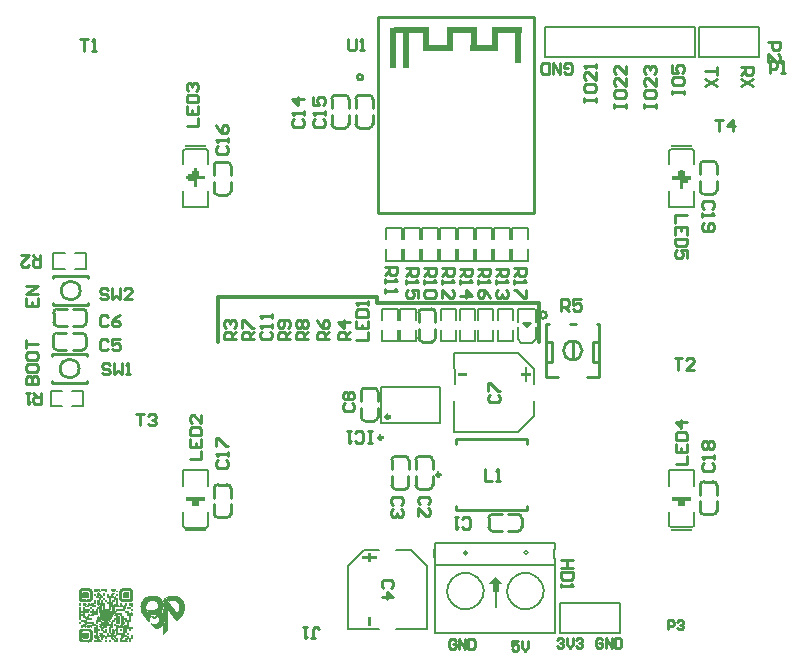
<source format=gto>
G04*
G04 #@! TF.GenerationSoftware,Altium Limited,Altium Designer,24.10.1 (45)*
G04*
G04 Layer_Color=65535*
%FSLAX25Y25*%
%MOIN*%
G70*
G04*
G04 #@! TF.SameCoordinates,D125F1F0-FD59-41E9-894A-6D37F1295767*
G04*
G04*
G04 #@! TF.FilePolarity,Positive*
G04*
G01*
G75*
%ADD10C,0.00700*%
%ADD11C,0.01000*%
%ADD12C,0.01181*%
%ADD13C,0.00600*%
%ADD14C,0.00787*%
%ADD15C,0.00591*%
%ADD16C,0.00598*%
%ADD17C,0.00100*%
%ADD18R,0.01969X0.12205*%
%ADD19R,0.09843X0.01969*%
%ADD20R,0.01969X0.07874*%
%ADD21R,0.07874X0.01969*%
%ADD22R,0.01969X0.13780*%
G36*
X64122Y41443D02*
X57143D01*
Y42044D01*
X64122D01*
Y41443D01*
D02*
G37*
G36*
X119009Y32992D02*
X121217D01*
Y32212D01*
X119009D01*
Y31043D01*
X118229D01*
Y32212D01*
X116020D01*
Y32992D01*
X118229D01*
Y34161D01*
X119009D01*
Y32992D01*
D02*
G37*
G36*
Y9736D02*
X118229D01*
Y12854D01*
X119009D01*
Y9736D01*
D02*
G37*
G36*
X64087Y169454D02*
X57109D01*
Y170054D01*
X64087D01*
Y169454D01*
D02*
G37*
G36*
X61194Y161641D02*
X61779D01*
Y159869D01*
X63747D01*
Y158688D01*
X61194D01*
Y156180D01*
X60013D01*
Y158148D01*
X58241D01*
Y158688D01*
X57448D01*
Y159869D01*
X58241D01*
Y160510D01*
X59417D01*
Y161641D01*
X60013D01*
Y162479D01*
X61194D01*
Y161641D01*
D02*
G37*
G36*
X63662Y52809D02*
X63782D01*
Y51628D01*
X61813D01*
Y49857D01*
X59451D01*
Y49895D01*
X59332D01*
Y51628D01*
X57483D01*
Y51667D01*
X57363D01*
Y52848D01*
X63662D01*
Y52809D01*
D02*
G37*
G36*
X226082Y169388D02*
X219105D01*
Y169988D01*
X226082D01*
Y169388D01*
D02*
G37*
G36*
X223175Y161575D02*
X223775D01*
Y159804D01*
X225743D01*
Y158623D01*
X224947D01*
Y157360D01*
X223175D01*
Y155392D01*
X221994D01*
Y158623D01*
X219444D01*
Y159804D01*
X221412D01*
Y161575D01*
X221994D01*
Y161691D01*
X223175D01*
Y161575D01*
D02*
G37*
G36*
X151099Y93211D02*
X147981D01*
Y93991D01*
X151099D01*
Y93211D01*
D02*
G37*
G36*
X171237Y93991D02*
X172406D01*
Y93211D01*
X171237D01*
Y91003D01*
X170457D01*
Y93211D01*
X169288D01*
Y93991D01*
X170457D01*
Y96199D01*
X171237D01*
Y93991D01*
D02*
G37*
G36*
X225662Y52833D02*
X225754D01*
Y51652D01*
X223785D01*
Y49880D01*
X221423D01*
Y49895D01*
X221332D01*
Y51652D01*
X219455D01*
Y51667D01*
X219363D01*
Y52848D01*
X225662D01*
Y52833D01*
D02*
G37*
G36*
X226093Y41467D02*
X219115D01*
Y42067D01*
X226093D01*
Y41467D01*
D02*
G37*
G36*
X163245Y23687D02*
X161745D01*
Y21187D01*
X159745D01*
Y23687D01*
X158245D01*
X160745Y26187D01*
X163245Y23687D01*
D02*
G37*
D10*
X154478Y26060D02*
G03*
X154606Y25949I-3883J-4623D01*
G01*
X171395Y34237D02*
G03*
X171395Y34237I-640J0D01*
G01*
X151235D02*
G03*
X151235Y34237I-640J0D01*
G01*
X174469Y26067D02*
G03*
X174606Y25949I-3874J-4630D01*
G01*
X140595Y7337D02*
X180595D01*
X160795Y16237D02*
Y25137D01*
X139995Y32837D02*
Y35337D01*
X140595Y22337D02*
Y37337D01*
X180595D01*
Y35537D02*
Y37337D01*
X180095Y35537D02*
X180595D01*
X180095Y32437D02*
Y35537D01*
Y32437D02*
X180595D01*
Y7337D02*
Y32437D01*
X140595Y7337D02*
Y22337D01*
X140895Y30037D02*
X180595D01*
D11*
X116493Y192802D02*
G03*
X116493Y192802I-984J0D01*
G01*
X22194Y121624D02*
G03*
X22194Y121624I-3150J0D01*
G01*
X186399Y98554D02*
G03*
X186349Y98554I-25J3112D01*
G01*
X177670Y113479D02*
G03*
X177670Y113479I-1114J0D01*
G01*
X159586Y47044D02*
G03*
X158366Y45824I0J-1220D01*
G01*
Y42674D02*
G03*
X159586Y41454I1220J0D01*
G01*
X168091Y41453D02*
G03*
X169311Y42673I0J1220D01*
G01*
Y45822D02*
G03*
X168091Y47042I-1220J0D01*
G01*
X21833Y95624D02*
G03*
X21833Y95624I-3150J0D01*
G01*
X22935Y101828D02*
G03*
X24155Y103048I-0J1220D01*
G01*
Y106198D02*
G03*
X22935Y107417I-1220J0D01*
G01*
X14430Y107419D02*
G03*
X13210Y106199I0J-1220D01*
G01*
Y103050D02*
G03*
X14430Y101830I1220J-0D01*
G01*
X23051Y109828D02*
G03*
X24271Y111048I-0J1220D01*
G01*
Y114197D02*
G03*
X23051Y115417I-1220J0D01*
G01*
X14546Y115419D02*
G03*
X13327Y114199I0J-1220D01*
G01*
Y111049D02*
G03*
X14546Y109830I1220J-0D01*
G01*
X138408Y55449D02*
G03*
X139628Y56668I0J1220D01*
G01*
X134038D02*
G03*
X135258Y55449I1220J0D01*
G01*
X135260Y66393D02*
G03*
X134040Y65173I0J-1220D01*
G01*
X139629D02*
G03*
X138409Y66393I-1220J-0D01*
G01*
X127260Y66394D02*
G03*
X126040Y65174I-0J-1220D01*
G01*
X131629D02*
G03*
X130409Y66394I-1220J0D01*
G01*
X130408Y55449D02*
G03*
X131627Y56669I0J1220D01*
G01*
X126038D02*
G03*
X127258Y55449I1220J0D01*
G01*
X110430Y175842D02*
G03*
X111650Y177062I0J1220D01*
G01*
X106061D02*
G03*
X107280Y175842I1220J0D01*
G01*
X107282Y186786D02*
G03*
X106062Y185567I0J-1220D01*
G01*
X111652D02*
G03*
X110432Y186786I-1220J-0D01*
G01*
X115282Y186787D02*
G03*
X114062Y185567I-0J-1220D01*
G01*
X119651D02*
G03*
X118431Y186787I-1220J0D01*
G01*
X118430Y175842D02*
G03*
X119650Y177062I0J1220D01*
G01*
X114060D02*
G03*
X115280Y175842I1220J0D01*
G01*
X139373Y104583D02*
G03*
X140593Y105803I0J1220D01*
G01*
X135004D02*
G03*
X136223Y104583I1220J0D01*
G01*
X136225Y115527D02*
G03*
X135005Y114308I0J-1220D01*
G01*
X140595D02*
G03*
X139375Y115527I-1220J-0D01*
G01*
X233168Y47020D02*
G03*
X234388Y48240I0J1220D01*
G01*
X228799D02*
G03*
X230018Y47020I1220J0D01*
G01*
X230020Y57965D02*
G03*
X228800Y56745I0J-1220D01*
G01*
X234390D02*
G03*
X233170Y57965I-1220J-0D01*
G01*
X230020Y164720D02*
G03*
X228800Y163501I-0J-1220D01*
G01*
X234390D02*
G03*
X233170Y164720I-1220J0D01*
G01*
X233168Y153776D02*
G03*
X234388Y154996I0J1220D01*
G01*
X228799D02*
G03*
X230018Y153776I1220J0D01*
G01*
X71168Y46020D02*
G03*
X72388Y47240I0J1220D01*
G01*
X66799D02*
G03*
X68018Y46020I1220J0D01*
G01*
X68020Y56965D02*
G03*
X66800Y55745I0J-1220D01*
G01*
X72390D02*
G03*
X71170Y56965I-1220J-0D01*
G01*
X68020Y164476D02*
G03*
X66800Y163256I-0J-1220D01*
G01*
X72389D02*
G03*
X71170Y164476I-1220J0D01*
G01*
X71168Y153532D02*
G03*
X72388Y154751I0J1220D01*
G01*
X66798D02*
G03*
X68018Y153532I1220J0D01*
G01*
X115832Y79416D02*
G03*
X117052Y78196I1220J0D01*
G01*
X120202D02*
G03*
X121421Y79416I0J1220D01*
G01*
X121423Y87921D02*
G03*
X120203Y89141I-1220J0D01*
G01*
X117054D02*
G03*
X115834Y87921I-0J-1220D01*
G01*
X121415Y147330D02*
X173383D01*
X121415D02*
Y212684D01*
X173383Y147330D02*
Y212684D01*
X121415D02*
X173383D01*
X159437Y72059D02*
X171248D01*
Y70607D02*
Y72059D01*
Y48437D02*
Y49889D01*
X147626Y48437D02*
X171248D01*
X147626D02*
Y49889D01*
Y70607D02*
Y72059D01*
X159437D01*
X13138Y126545D02*
X24949Y126545D01*
X13138Y116702D02*
X24949Y116702D01*
X13138Y125880D02*
Y126545D01*
X24949D01*
Y125880D02*
Y126545D01*
Y116702D02*
Y117367D01*
X13138Y116702D02*
X24949D01*
X13138D02*
Y117344D01*
X191246Y92810D02*
X195257D01*
X177541D02*
X181552D01*
X177541Y110527D02*
X178402D01*
X185340D02*
X187458D01*
X194396D02*
X195257D01*
X177541Y92810D02*
Y110527D01*
X195257Y92810D02*
Y110527D01*
X186399Y98716D02*
Y104621D01*
X193289D02*
X195257D01*
X193289Y97731D02*
Y104621D01*
Y97731D02*
X195257D01*
X177541D02*
X179509D01*
Y104621D01*
X177541D02*
X179509D01*
X169311Y42672D02*
Y45822D01*
X158366Y42674D02*
Y45824D01*
X164942Y47042D02*
X168091D01*
X159586Y47044D02*
X162735D01*
X164942Y41453D02*
X168091D01*
X159586Y41454D02*
X162735D01*
X12777Y90702D02*
Y91345D01*
Y90702D02*
X24588D01*
Y91367D01*
Y99880D02*
Y100545D01*
X12777D02*
X24588D01*
X12777Y99880D02*
Y100545D01*
Y90702D02*
X24588Y90702D01*
X12777Y100545D02*
X24588Y100545D01*
X13210Y103050D02*
Y106200D01*
X24155Y103048D02*
Y106198D01*
X14430Y101830D02*
X17579D01*
X19786Y101828D02*
X22935D01*
X14430Y107419D02*
X17579D01*
X19786Y107417D02*
X22935D01*
X13327Y111049D02*
Y114199D01*
X24271Y111047D02*
Y114197D01*
X14546Y109830D02*
X17696D01*
X19902Y109828D02*
X23052D01*
X14546Y115419D02*
X17696D01*
X19902Y115417D02*
X23052D01*
X134040Y62024D02*
Y65174D01*
X134038Y56668D02*
Y59818D01*
X139629Y62024D02*
Y65174D01*
X139628Y56668D02*
Y59818D01*
X135260Y66393D02*
X138410D01*
X135258Y55449D02*
X138408D01*
X131627Y56668D02*
Y59818D01*
X131629Y62024D02*
Y65174D01*
X126038Y56668D02*
Y59818D01*
X126040Y62024D02*
Y65174D01*
X127258Y55449D02*
X130408D01*
X127260Y66394D02*
X130410D01*
X106062Y182418D02*
Y185567D01*
X106061Y177061D02*
Y180211D01*
X111652Y182418D02*
Y185567D01*
X111650Y177061D02*
Y180211D01*
X107282Y186786D02*
X110432D01*
X107280Y175842D02*
X110430D01*
X119650Y177062D02*
Y180211D01*
X119651Y182418D02*
Y185567D01*
X114060Y177062D02*
Y180211D01*
X114062Y182418D02*
Y185567D01*
X115280Y175842D02*
X118430D01*
X115282Y186787D02*
X118432D01*
X135005Y111158D02*
Y114308D01*
X135004Y105802D02*
Y108952D01*
X140595Y111158D02*
Y114308D01*
X140593Y105802D02*
Y108952D01*
X136225Y115527D02*
X139375D01*
X136223Y104583D02*
X139373D01*
X228800Y53596D02*
Y56745D01*
X228799Y48240D02*
Y51389D01*
X234390Y53596D02*
Y56745D01*
X234388Y48240D02*
Y51389D01*
X230020Y57965D02*
X233170D01*
X230018Y47020D02*
X233168D01*
X234388Y154995D02*
Y158145D01*
X234390Y160351D02*
Y163501D01*
X228799Y154995D02*
Y158145D01*
X228800Y160351D02*
Y163501D01*
X230018Y153776D02*
X233168D01*
X230020Y164720D02*
X233170D01*
X66800Y52596D02*
Y55745D01*
X66799Y47240D02*
Y50389D01*
X72390Y52596D02*
Y55745D01*
X72388Y47240D02*
Y50389D01*
X68020Y56965D02*
X71170D01*
X68018Y46020D02*
X71168D01*
X72388Y154751D02*
Y157901D01*
X72389Y160107D02*
Y163257D01*
X66798Y154751D02*
Y157901D01*
X66800Y160107D02*
Y163257D01*
X68018Y153532D02*
X71168D01*
X68020Y164476D02*
X71170D01*
X117054Y89141D02*
X120203D01*
X117052Y78196D02*
X120202D01*
X115834Y84772D02*
Y87921D01*
X115832Y79416D02*
Y82565D01*
X121423Y84772D02*
Y87921D01*
X121421Y79416D02*
Y82565D01*
X234530Y196248D02*
Y193624D01*
Y194936D01*
X230594D01*
X234530Y192312D02*
X230594Y189689D01*
X234530D02*
X230594Y192312D01*
X242594Y196248D02*
X246530D01*
Y194280D01*
X245874Y193624D01*
X244562D01*
X243906Y194280D01*
Y196248D01*
Y194936D02*
X242594Y193624D01*
X246530Y192312D02*
X242594Y189689D01*
X246530D02*
X242594Y192312D01*
X219548Y187006D02*
Y188318D01*
Y187662D01*
X223483D01*
Y187006D01*
Y188318D01*
X219548Y192253D02*
Y190942D01*
X220204Y190286D01*
X222828D01*
X223483Y190942D01*
Y192253D01*
X222828Y192910D01*
X220204D01*
X219548Y192253D01*
Y196845D02*
Y194221D01*
X221516D01*
X220860Y195533D01*
Y196189D01*
X221516Y196845D01*
X222828D01*
X223483Y196189D01*
Y194877D01*
X222828Y194221D01*
X210258Y182624D02*
Y183935D01*
Y183279D01*
X214194D01*
Y182624D01*
Y183935D01*
X210258Y187871D02*
Y186559D01*
X210914Y185903D01*
X213538D01*
X214194Y186559D01*
Y187871D01*
X213538Y188527D01*
X210914D01*
X210258Y187871D01*
X214194Y192463D02*
Y189839D01*
X211570Y192463D01*
X210914D01*
X210258Y191807D01*
Y190495D01*
X210914Y189839D01*
Y193775D02*
X210258Y194431D01*
Y195743D01*
X210914Y196399D01*
X211570D01*
X212226Y195743D01*
Y195087D01*
Y195743D01*
X212882Y196399D01*
X213538D01*
X214194Y195743D01*
Y194431D01*
X213538Y193775D01*
X200258Y182624D02*
Y183935D01*
Y183279D01*
X204193D01*
Y182624D01*
Y183935D01*
X200258Y187871D02*
Y186559D01*
X200914Y185903D01*
X203538D01*
X204193Y186559D01*
Y187871D01*
X203538Y188527D01*
X200914D01*
X200258Y187871D01*
X204193Y192463D02*
Y189839D01*
X201570Y192463D01*
X200914D01*
X200258Y191807D01*
Y190495D01*
X200914Y189839D01*
X204193Y196399D02*
Y193775D01*
X201570Y196399D01*
X200914D01*
X200258Y195743D01*
Y194431D01*
X200914Y193775D01*
X190258Y184624D02*
Y185935D01*
Y185279D01*
X194193D01*
Y184624D01*
Y185935D01*
X190258Y189871D02*
Y188559D01*
X190914Y187903D01*
X193538D01*
X194193Y188559D01*
Y189871D01*
X193538Y190527D01*
X190914D01*
X190258Y189871D01*
X194193Y194463D02*
Y191839D01*
X191570Y194463D01*
X190914D01*
X190258Y193807D01*
Y192495D01*
X190914Y191839D01*
X194193Y195775D02*
Y197087D01*
Y196431D01*
X190258D01*
X190914Y195775D01*
X183570Y194344D02*
X184226Y193688D01*
X185538D01*
X186194Y194344D01*
Y196967D01*
X185538Y197624D01*
X184226D01*
X183570Y196967D01*
Y195656D01*
X184882D01*
X182258Y197624D02*
Y193688D01*
X179634Y197624D01*
Y193688D01*
X178322D02*
Y197624D01*
X176354D01*
X175698Y196967D01*
Y194344D01*
X176354Y193688D01*
X178322D01*
X4258Y90623D02*
X8194D01*
Y92591D01*
X7538Y93247D01*
X6882D01*
X6226Y92591D01*
Y90623D01*
Y92591D01*
X5570Y93247D01*
X4914D01*
X4258Y92591D01*
Y90623D01*
Y96527D02*
Y95215D01*
X4914Y94559D01*
X7538D01*
X8194Y95215D01*
Y96527D01*
X7538Y97183D01*
X4914D01*
X4258Y96527D01*
Y100463D02*
Y99151D01*
X4914Y98495D01*
X7538D01*
X8194Y99151D01*
Y100463D01*
X7538Y101119D01*
X4914D01*
X4258Y100463D01*
Y102431D02*
Y105054D01*
Y103743D01*
X8194D01*
X4258Y119247D02*
Y116623D01*
X8194D01*
Y119247D01*
X6226Y116623D02*
Y117935D01*
X8194Y120559D02*
X4258D01*
X8194Y123183D01*
X4258D01*
X147381Y4820D02*
X146856Y5345D01*
X145807D01*
X145282Y4820D01*
Y2721D01*
X145807Y2196D01*
X146856D01*
X147381Y2721D01*
Y3770D01*
X146331D01*
X148430Y2196D02*
Y5345D01*
X150529Y2196D01*
Y5345D01*
X151579D02*
Y2196D01*
X153153D01*
X153678Y2721D01*
Y4820D01*
X153153Y5345D01*
X151579D01*
X168293Y4772D02*
X166193D01*
Y3198D01*
X167243Y3723D01*
X167768D01*
X168293Y3198D01*
Y2148D01*
X167768Y1623D01*
X166718D01*
X166193Y2148D01*
X169342Y4772D02*
Y2673D01*
X170392Y1623D01*
X171441Y2673D01*
Y4772D01*
X181193Y5247D02*
X181718Y5772D01*
X182768D01*
X183293Y5247D01*
Y4723D01*
X182768Y4198D01*
X182243D01*
X182768D01*
X183293Y3673D01*
Y3148D01*
X182768Y2623D01*
X181718D01*
X181193Y3148D01*
X184342Y5772D02*
Y3673D01*
X185392Y2623D01*
X186441Y3673D01*
Y5772D01*
X187491Y5247D02*
X188015Y5772D01*
X189065D01*
X189590Y5247D01*
Y4723D01*
X189065Y4198D01*
X188540D01*
X189065D01*
X189590Y3673D01*
Y3148D01*
X189065Y2623D01*
X188015D01*
X187491Y3148D01*
X196293Y5247D02*
X195768Y5772D01*
X194718D01*
X194193Y5247D01*
Y3148D01*
X194718Y2623D01*
X195768D01*
X196293Y3148D01*
Y4198D01*
X195243D01*
X197342Y2623D02*
Y5772D01*
X199441Y2623D01*
Y5772D01*
X200491D02*
Y2623D01*
X202065D01*
X202590Y3148D01*
Y5247D01*
X202065Y5772D01*
X200491D01*
X217970Y8674D02*
Y11822D01*
X219545D01*
X220069Y11298D01*
Y10248D01*
X219545Y9723D01*
X217970D01*
X221119Y11298D02*
X221644Y11822D01*
X222693D01*
X223218Y11298D01*
Y10773D01*
X222693Y10248D01*
X222168D01*
X222693D01*
X223218Y9723D01*
Y9199D01*
X222693Y8674D01*
X221644D01*
X221119Y9199D01*
X149594Y42936D02*
X150250Y42280D01*
X151562D01*
X152218Y42936D01*
Y45560D01*
X151562Y46216D01*
X150250D01*
X149594Y45560D01*
X148282Y46216D02*
X146970D01*
X147626D01*
Y42280D01*
X148282Y42936D01*
X80161Y105344D02*
X76226D01*
Y107312D01*
X76882Y107967D01*
X78193D01*
X78850Y107312D01*
Y105344D01*
Y106656D02*
X80161Y107967D01*
X76226Y109280D02*
Y111903D01*
X76882D01*
X79505Y109280D01*
X80161D01*
X74161Y105344D02*
X70226D01*
Y107312D01*
X70882Y107967D01*
X72193D01*
X72850Y107312D01*
Y105344D01*
Y106656D02*
X74161Y107967D01*
X70882Y109280D02*
X70226Y109935D01*
Y111247D01*
X70882Y111903D01*
X71538D01*
X72193Y111247D01*
Y110591D01*
Y111247D01*
X72850Y111903D01*
X73505D01*
X74161Y111247D01*
Y109935D01*
X73505Y109280D01*
X99194Y5656D02*
X100505D01*
X99849D01*
Y8935D01*
X100505Y9591D01*
X101161D01*
X101817Y8935D01*
X97882Y9591D02*
X96570D01*
X97226D01*
Y5656D01*
X97882Y6312D01*
X233914Y178591D02*
X236538D01*
X235226D01*
Y174656D01*
X239817D02*
Y178591D01*
X237849Y176623D01*
X240473D01*
X40914Y80591D02*
X43538D01*
X42226D01*
Y76656D01*
X44850Y79935D02*
X45505Y80591D01*
X46817D01*
X47473Y79935D01*
Y79279D01*
X46817Y78623D01*
X46161D01*
X46817D01*
X47473Y77968D01*
Y77312D01*
X46817Y76656D01*
X45505D01*
X44850Y77312D01*
X220314Y99216D02*
X222938D01*
X221626D01*
Y95280D01*
X226874D02*
X224250D01*
X226874Y97904D01*
Y98560D01*
X226218Y99216D01*
X224906D01*
X224250Y98560D01*
X22183Y205583D02*
X24807D01*
X23495D01*
Y201647D01*
X26118D02*
X27430D01*
X26774D01*
Y205583D01*
X26118Y204927D01*
X142888Y128990D02*
X146824D01*
Y127022D01*
X146168Y126366D01*
X144856D01*
X144200Y127022D01*
Y128990D01*
Y127678D02*
X142888Y126366D01*
Y125054D02*
Y123742D01*
Y124398D01*
X146824D01*
X146168Y125054D01*
X142888Y119150D02*
Y121774D01*
X145512Y119150D01*
X146168D01*
X146824Y119806D01*
Y121118D01*
X146168Y121774D01*
X224562Y146853D02*
X220626D01*
Y144229D01*
X224562Y140294D02*
Y142917D01*
X220626D01*
Y140294D01*
X222594Y142917D02*
Y141605D01*
X224562Y138981D02*
X220626D01*
Y137014D01*
X221282Y136358D01*
X223905D01*
X224562Y137014D01*
Y138981D01*
Y132422D02*
Y135046D01*
X222594D01*
X223250Y133734D01*
Y133078D01*
X222594Y132422D01*
X221282D01*
X220626Y133078D01*
Y134390D01*
X221282Y135046D01*
X57630Y176487D02*
X61566D01*
Y179111D01*
X57630Y183047D02*
Y180423D01*
X61566D01*
Y183047D01*
X59598Y180423D02*
Y181735D01*
X57630Y184359D02*
X61566D01*
Y186327D01*
X60910Y186983D01*
X58286D01*
X57630Y186327D01*
Y184359D01*
X58286Y188294D02*
X57630Y188951D01*
Y190262D01*
X58286Y190918D01*
X58942D01*
X59598Y190262D01*
Y189606D01*
Y190262D01*
X60254Y190918D01*
X60910D01*
X61566Y190262D01*
Y188951D01*
X60910Y188294D01*
X58665Y65579D02*
X62600D01*
Y68203D01*
X58665Y72138D02*
Y69515D01*
X62600D01*
Y72138D01*
X60632Y69515D02*
Y70827D01*
X58665Y73450D02*
X62600D01*
Y75418D01*
X61944Y76074D01*
X59320D01*
X58665Y75418D01*
Y73450D01*
X62600Y80010D02*
Y77386D01*
X59976Y80010D01*
X59320D01*
X58665Y79354D01*
Y78042D01*
X59320Y77386D01*
X68282Y65197D02*
X67626Y64541D01*
Y63229D01*
X68282Y62573D01*
X70906D01*
X71562Y63229D01*
Y64541D01*
X70906Y65197D01*
X71562Y66509D02*
Y67820D01*
Y67164D01*
X67626D01*
X68282Y66509D01*
X67626Y69788D02*
Y72412D01*
X68282D01*
X70906Y69788D01*
X71562D01*
X182545Y114765D02*
Y118701D01*
X184513D01*
X185169Y118045D01*
Y116733D01*
X184513Y116077D01*
X182545D01*
X183857D02*
X185169Y114765D01*
X189105Y118701D02*
X186481D01*
Y116733D01*
X187793Y117389D01*
X188449D01*
X189105Y116733D01*
Y115421D01*
X188449Y114765D01*
X187137D01*
X186481Y115421D01*
X186562Y31840D02*
X182626D01*
X184594D01*
Y29216D01*
X186562D01*
X182626D01*
X186562Y27904D02*
X182626D01*
Y25936D01*
X183282Y25280D01*
X185906D01*
X186562Y25936D01*
Y27904D01*
X182626Y23968D02*
Y22656D01*
Y23312D01*
X186562D01*
X185906Y23968D01*
X166888Y128990D02*
X170824D01*
Y127022D01*
X170168Y126366D01*
X168856D01*
X168200Y127022D01*
Y128990D01*
Y127678D02*
X166888Y126366D01*
Y125054D02*
Y123742D01*
Y124398D01*
X170824D01*
X170168Y125054D01*
X170824Y121774D02*
Y119150D01*
X170168D01*
X167544Y121774D01*
X166888D01*
X130888Y128990D02*
X134824D01*
Y127022D01*
X134168Y126366D01*
X132856D01*
X132200Y127022D01*
Y128990D01*
Y127678D02*
X130888Y126366D01*
Y125054D02*
Y123742D01*
Y124398D01*
X134824D01*
X134168Y125054D01*
X134824Y119150D02*
Y121774D01*
X132856D01*
X133512Y120462D01*
Y119806D01*
X132856Y119150D01*
X131544D01*
X130888Y119806D01*
Y121118D01*
X131544Y121774D01*
X160888Y128955D02*
X164824D01*
Y126987D01*
X164168Y126331D01*
X162856D01*
X162200Y126987D01*
Y128955D01*
Y127643D02*
X160888Y126331D01*
Y125019D02*
Y123707D01*
Y124363D01*
X164824D01*
X164168Y125019D01*
Y121739D02*
X164824Y121084D01*
Y119772D01*
X164168Y119116D01*
X163512D01*
X162856Y119772D01*
Y120428D01*
Y119772D01*
X162200Y119116D01*
X161544D01*
X160888Y119772D01*
Y121084D01*
X161544Y121739D01*
X123888Y129368D02*
X127824D01*
Y127400D01*
X127168Y126744D01*
X125856D01*
X125200Y127400D01*
Y129368D01*
Y128056D02*
X123888Y126744D01*
Y125432D02*
Y124120D01*
Y124776D01*
X127824D01*
X127168Y125432D01*
X123888Y122153D02*
Y120841D01*
Y121497D01*
X127824D01*
X127168Y122153D01*
X232906Y148788D02*
X233562Y149444D01*
Y150756D01*
X232906Y151412D01*
X230282D01*
X229626Y150756D01*
Y149444D01*
X230282Y148788D01*
X229626Y147476D02*
Y146165D01*
Y146820D01*
X233562D01*
X232906Y147476D01*
X230282Y144197D02*
X229626Y143541D01*
Y142229D01*
X230282Y141573D01*
X232906D01*
X233562Y142229D01*
Y143541D01*
X232906Y144197D01*
X232250D01*
X231594Y143541D01*
Y141573D01*
X230282Y64197D02*
X229626Y63541D01*
Y62229D01*
X230282Y61573D01*
X232906D01*
X233562Y62229D01*
Y63541D01*
X232906Y64197D01*
X233562Y65509D02*
Y66820D01*
Y66164D01*
X229626D01*
X230282Y65509D01*
Y68788D02*
X229626Y69444D01*
Y70756D01*
X230282Y71412D01*
X230938D01*
X231594Y70756D01*
X232250Y71412D01*
X232906D01*
X233562Y70756D01*
Y69444D01*
X232906Y68788D01*
X232250D01*
X231594Y69444D01*
X230938Y68788D01*
X230282D01*
X231594Y69444D02*
Y70756D01*
X68282Y169708D02*
X67626Y169052D01*
Y167740D01*
X68282Y167084D01*
X70906D01*
X71562Y167740D01*
Y169052D01*
X70906Y169708D01*
X71562Y171020D02*
Y172332D01*
Y171676D01*
X67626D01*
X68282Y171020D01*
X67626Y176924D02*
X68282Y175612D01*
X69594Y174300D01*
X70906D01*
X71562Y174956D01*
Y176268D01*
X70906Y176924D01*
X70250D01*
X69594Y176268D01*
Y174300D01*
X111570Y205591D02*
Y202312D01*
X112226Y201656D01*
X113538D01*
X114193Y202312D01*
Y205591D01*
X115505Y201656D02*
X116817D01*
X116161D01*
Y205591D01*
X115505Y204935D01*
X31570Y121935D02*
X30914Y122591D01*
X29602D01*
X28946Y121935D01*
Y121279D01*
X29602Y120624D01*
X30914D01*
X31570Y119967D01*
Y119312D01*
X30914Y118656D01*
X29602D01*
X28946Y119312D01*
X32882Y122591D02*
Y118656D01*
X34194Y119967D01*
X35505Y118656D01*
Y122591D01*
X39441Y118656D02*
X36817D01*
X39441Y121279D01*
Y121935D01*
X38785Y122591D01*
X37473D01*
X36817Y121935D01*
X32226Y96935D02*
X31570Y97591D01*
X30258D01*
X29602Y96935D01*
Y96279D01*
X30258Y95623D01*
X31570D01*
X32226Y94968D01*
Y94312D01*
X31570Y93656D01*
X30258D01*
X29602Y94312D01*
X33538Y97591D02*
Y93656D01*
X34850Y94968D01*
X36161Y93656D01*
Y97591D01*
X37473Y93656D02*
X38785D01*
X38129D01*
Y97591D01*
X37473Y96935D01*
X154888Y128955D02*
X158824D01*
Y126987D01*
X158168Y126331D01*
X156856D01*
X156200Y126987D01*
Y128955D01*
Y127643D02*
X154888Y126331D01*
Y125019D02*
Y123707D01*
Y124363D01*
X158824D01*
X158168Y125019D01*
X158824Y119116D02*
X158168Y120428D01*
X156856Y121739D01*
X155544D01*
X154888Y121084D01*
Y119772D01*
X155544Y119116D01*
X156200D01*
X156856Y119772D01*
Y121739D01*
X148888Y128955D02*
X152824D01*
Y126987D01*
X152168Y126331D01*
X150856D01*
X150200Y126987D01*
Y128955D01*
Y127643D02*
X148888Y126331D01*
Y125019D02*
Y123707D01*
Y124363D01*
X152824D01*
X152168Y125019D01*
X148888Y119772D02*
X152824D01*
X150856Y121739D01*
Y119116D01*
X136888Y128990D02*
X140824D01*
Y127022D01*
X140168Y126366D01*
X138856D01*
X138200Y127022D01*
Y128990D01*
Y127678D02*
X136888Y126366D01*
Y125054D02*
Y123742D01*
Y124398D01*
X140824D01*
X140168Y125054D01*
Y121774D02*
X140824Y121118D01*
Y119806D01*
X140168Y119150D01*
X137544D01*
X136888Y119806D01*
Y121118D01*
X137544Y121774D01*
X140168D01*
X92161Y105344D02*
X88226D01*
Y107312D01*
X88882Y107967D01*
X90193D01*
X90850Y107312D01*
Y105344D01*
Y106656D02*
X92161Y107967D01*
X91505Y109280D02*
X92161Y109935D01*
Y111247D01*
X91505Y111903D01*
X88882D01*
X88226Y111247D01*
Y109935D01*
X88882Y109280D01*
X89538D01*
X90193Y109935D01*
Y111903D01*
X98161Y105344D02*
X94226D01*
Y107312D01*
X94882Y107967D01*
X96193D01*
X96850Y107312D01*
Y105344D01*
Y106656D02*
X98161Y107967D01*
X94882Y109280D02*
X94226Y109935D01*
Y111247D01*
X94882Y111903D01*
X95538D01*
X96193Y111247D01*
X96850Y111903D01*
X97505D01*
X98161Y111247D01*
Y109935D01*
X97505Y109280D01*
X96850D01*
X96193Y109935D01*
X95538Y109280D01*
X94882D01*
X96193Y109935D02*
Y111247D01*
X105161Y105344D02*
X101226D01*
Y107312D01*
X101882Y107967D01*
X103193D01*
X103849Y107312D01*
Y105344D01*
Y106656D02*
X105161Y107967D01*
X101226Y111903D02*
X101882Y110591D01*
X103193Y109280D01*
X104505D01*
X105161Y109935D01*
Y111247D01*
X104505Y111903D01*
X103849D01*
X103193Y111247D01*
Y109280D01*
X112161Y105344D02*
X108226D01*
Y107312D01*
X108882Y107967D01*
X110194D01*
X110849Y107312D01*
Y105344D01*
Y106656D02*
X112161Y107967D01*
Y111247D02*
X108226D01*
X110194Y109280D01*
Y111903D01*
X8919Y133459D02*
Y129523D01*
X6951D01*
X6295Y130179D01*
Y131491D01*
X6951Y132147D01*
X8919D01*
X7607D02*
X6295Y133459D01*
X2360D02*
X4984D01*
X2360Y130835D01*
Y130179D01*
X3016Y129523D01*
X4328D01*
X4984Y130179D01*
X9240Y87625D02*
Y83689D01*
X7272D01*
X6616Y84345D01*
Y85657D01*
X7272Y86313D01*
X9240D01*
X7928D02*
X6616Y87625D01*
X5305D02*
X3993D01*
X4648D01*
Y83689D01*
X5305Y84345D01*
X251626Y204528D02*
X255562D01*
Y202560D01*
X254906Y201904D01*
X253594D01*
X252938Y202560D01*
Y204528D01*
X251626Y197968D02*
Y200592D01*
X254250Y197968D01*
X254906D01*
X255562Y198624D01*
Y199936D01*
X254906Y200592D01*
X251970Y194280D02*
Y198216D01*
X253938D01*
X254594Y197560D01*
Y196248D01*
X253938Y195592D01*
X251970D01*
X255906Y194280D02*
X257218D01*
X256562D01*
Y198216D01*
X255906Y197560D01*
X220636Y63924D02*
X224572D01*
Y66548D01*
X220636Y70484D02*
Y67860D01*
X224572D01*
Y70484D01*
X222604Y67860D02*
Y69172D01*
X220636Y71796D02*
X224572D01*
Y73763D01*
X223916Y74419D01*
X221292D01*
X220636Y73763D01*
Y71796D01*
X224572Y77699D02*
X220636D01*
X222604Y75731D01*
Y78355D01*
X114226Y105064D02*
X118161D01*
Y107688D01*
X114226Y111624D02*
Y109000D01*
X118161D01*
Y111624D01*
X116193Y109000D02*
Y110312D01*
X114226Y112935D02*
X118161D01*
Y114903D01*
X117505Y115559D01*
X114882D01*
X114226Y114903D01*
Y112935D01*
X118161Y116871D02*
Y118183D01*
Y117527D01*
X114226D01*
X114882Y116871D01*
X156970Y62216D02*
Y58280D01*
X159594D01*
X160906D02*
X162218D01*
X161562D01*
Y62216D01*
X160906Y61560D01*
X119597Y70802D02*
X118286D01*
X118941D01*
Y74738D01*
X119597D01*
X118286D01*
X113694Y71458D02*
X114350Y70802D01*
X115662D01*
X116318Y71458D01*
Y74082D01*
X115662Y74738D01*
X114350D01*
X113694Y74082D01*
X112382Y74738D02*
X111070D01*
X111726D01*
Y70802D01*
X112382Y71458D01*
X100544Y178774D02*
X99888Y178118D01*
Y176806D01*
X100544Y176150D01*
X103168D01*
X103824Y176806D01*
Y178118D01*
X103168Y178774D01*
X103824Y180086D02*
Y181398D01*
Y180742D01*
X99888D01*
X100544Y180086D01*
X99888Y185989D02*
Y183366D01*
X101856D01*
X101200Y184678D01*
Y185334D01*
X101856Y185989D01*
X103168D01*
X103824Y185334D01*
Y184022D01*
X103168Y183366D01*
X93544Y178774D02*
X92888Y178118D01*
Y176806D01*
X93544Y176150D01*
X96168D01*
X96824Y176806D01*
Y178118D01*
X96168Y178774D01*
X96824Y180086D02*
Y181398D01*
Y180742D01*
X92888D01*
X93544Y180086D01*
X96824Y185334D02*
X92888D01*
X94856Y183366D01*
Y185989D01*
X82882Y107984D02*
X82226Y107328D01*
Y106016D01*
X82882Y105360D01*
X85505D01*
X86161Y106016D01*
Y107328D01*
X85505Y107984D01*
X86161Y109295D02*
Y110607D01*
Y109951D01*
X82226D01*
X82882Y109295D01*
X86161Y112575D02*
Y113887D01*
Y113231D01*
X82226D01*
X82882Y112575D01*
X110316Y84012D02*
X109660Y83356D01*
Y82045D01*
X110316Y81388D01*
X112939D01*
X113595Y82045D01*
Y83356D01*
X112939Y84012D01*
X110316Y85324D02*
X109660Y85980D01*
Y87292D01*
X110316Y87948D01*
X110972D01*
X111627Y87292D01*
X112284Y87948D01*
X112939D01*
X113595Y87292D01*
Y85980D01*
X112939Y85324D01*
X112284D01*
X111627Y85980D01*
X110972Y85324D01*
X110316D01*
X111627Y85980D02*
Y87292D01*
X158882Y86967D02*
X158226Y86312D01*
Y85000D01*
X158882Y84344D01*
X161505D01*
X162161Y85000D01*
Y86312D01*
X161505Y86967D01*
X158226Y88279D02*
Y90903D01*
X158882D01*
X161505Y88279D01*
X162161D01*
X31538Y112935D02*
X30882Y113591D01*
X29570D01*
X28914Y112935D01*
Y110312D01*
X29570Y109656D01*
X30882D01*
X31538Y110312D01*
X35473Y113591D02*
X34161Y112935D01*
X32849Y111624D01*
Y110312D01*
X33505Y109656D01*
X34817D01*
X35473Y110312D01*
Y110968D01*
X34817Y111624D01*
X32849D01*
X31538Y104935D02*
X30882Y105591D01*
X29570D01*
X28914Y104935D01*
Y102312D01*
X29570Y101656D01*
X30882D01*
X31538Y102312D01*
X35473Y105591D02*
X32849D01*
Y103623D01*
X34161Y104279D01*
X34817D01*
X35473Y103623D01*
Y102312D01*
X34817Y101656D01*
X33505D01*
X32849Y102312D01*
X125908Y22605D02*
X126564Y23261D01*
Y24573D01*
X125908Y25229D01*
X123284D01*
X122628Y24573D01*
Y23261D01*
X123284Y22605D01*
X122628Y19325D02*
X126564D01*
X124596Y21293D01*
Y18669D01*
X129150Y50186D02*
X129806Y50842D01*
Y52154D01*
X129150Y52810D01*
X126526D01*
X125871Y52154D01*
Y50842D01*
X126526Y50186D01*
X129150Y48875D02*
X129806Y48219D01*
Y46907D01*
X129150Y46251D01*
X128494D01*
X127838Y46907D01*
Y47563D01*
Y46907D01*
X127182Y46251D01*
X126526D01*
X125871Y46907D01*
Y48219D01*
X126526Y48875D01*
X138146Y50332D02*
X138802Y50988D01*
Y52300D01*
X138146Y52956D01*
X135522D01*
X134866Y52300D01*
Y50988D01*
X135522Y50332D01*
X134866Y46397D02*
Y49020D01*
X137490Y46397D01*
X138146D01*
X138802Y47053D01*
Y48364D01*
X138146Y49020D01*
D12*
X122845Y72624D02*
G03*
X122845Y72624I-591J0D01*
G01*
X125285Y79539D02*
G03*
X125285Y79539I-591J0D01*
G01*
X142185Y60248D02*
G03*
X142185Y60248I-591J0D01*
G01*
X68194Y104623D02*
Y119623D01*
X121194D01*
Y117623D02*
Y119623D01*
Y117623D02*
X175194D01*
Y116623D02*
Y117623D01*
Y104623D02*
Y116623D01*
D13*
X20317Y128890D02*
X24093D01*
Y134092D01*
X20317D02*
X24093D01*
X13186Y128890D02*
X16962D01*
X13186D02*
Y134092D01*
X16962D01*
X146904Y100915D02*
X146982Y90535D01*
X146904Y100915D02*
X167993D01*
X173484Y95424D01*
X173431Y90324D02*
X173484Y95424D01*
X146902Y74332D02*
X146928Y84838D01*
X146902Y74332D02*
X167989D01*
X173486Y79829D01*
Y84925D01*
X122459Y77549D02*
Y89529D01*
X142144D01*
Y77549D02*
Y89529D01*
X122459Y77549D02*
X142144D01*
X219105Y168788D02*
X226083D01*
X218505Y168188D02*
X219105Y168788D01*
X218505Y149587D02*
X226683D01*
X226083Y168788D02*
X226683Y168188D01*
X128841Y104679D02*
Y108454D01*
Y104679D02*
X134043D01*
Y108454D01*
X128841Y111810D02*
Y115585D01*
X134043D01*
Y111810D02*
Y115585D01*
X12313Y88257D02*
X16088D01*
X12313Y83056D02*
Y88257D01*
Y83056D02*
X16088D01*
X19444Y88257D02*
X23220D01*
Y83056D02*
Y88257D01*
X19444Y83056D02*
X23220D01*
X165457Y138713D02*
Y142489D01*
X160255D02*
X165457D01*
X160255Y138713D02*
Y142489D01*
X165457Y131582D02*
Y135357D01*
X160255Y131582D02*
X165457D01*
X160255D02*
Y135357D01*
X148255Y131582D02*
Y135357D01*
Y131582D02*
X153457D01*
Y135357D01*
X148255Y138713D02*
Y142489D01*
X153457D01*
Y138713D02*
Y142489D01*
X154255Y131582D02*
Y135357D01*
Y131582D02*
X159457D01*
Y135357D01*
X154255Y138713D02*
Y142489D01*
X159457D01*
Y138713D02*
Y142489D01*
X130255Y131617D02*
Y135392D01*
Y131617D02*
X135457D01*
Y135392D01*
X130255Y138748D02*
Y142523D01*
X135457D01*
Y138748D02*
Y142523D01*
X129457Y138748D02*
Y142523D01*
X124255D02*
X129457D01*
X124255Y138748D02*
Y142523D01*
X129457Y131617D02*
Y135392D01*
X124255Y131617D02*
X129457D01*
X124255D02*
Y135392D01*
X147457Y138748D02*
Y142523D01*
X142255D02*
X147457D01*
X142255Y138748D02*
Y142523D01*
X147457Y131617D02*
Y135392D01*
X142255Y131617D02*
X147457D01*
X142255D02*
Y135392D01*
X166255Y131617D02*
Y135392D01*
Y131617D02*
X171457D01*
Y135392D01*
X166255Y138748D02*
Y142523D01*
X171457D01*
Y138748D02*
Y142523D01*
X136255Y131651D02*
Y135426D01*
Y131651D02*
X141457D01*
Y135426D01*
X136255Y138782D02*
Y142558D01*
X141457D01*
Y138782D02*
Y142558D01*
X122841Y104679D02*
Y108454D01*
Y104679D02*
X128043D01*
Y108454D01*
X122841Y111810D02*
Y115585D01*
X128043D01*
Y111810D02*
Y115585D01*
X166625Y111810D02*
Y115585D01*
X161424D02*
X166625D01*
X161424Y111810D02*
Y115585D01*
X166625Y104679D02*
Y108454D01*
X161424Y104679D02*
X166625D01*
X161424D02*
Y108454D01*
X154652Y104679D02*
Y108454D01*
Y104679D02*
X159854D01*
Y108454D01*
X154652Y111810D02*
Y115585D01*
X159854D01*
Y111810D02*
Y115585D01*
X153854Y111810D02*
Y115585D01*
X148652D02*
X153854D01*
X148652Y111810D02*
Y115585D01*
X153854Y104679D02*
Y108454D01*
X148652Y104679D02*
X153854D01*
X148652D02*
Y108454D01*
X142420Y104698D02*
Y108473D01*
Y104698D02*
X147621D01*
Y108473D01*
X142420Y111829D02*
Y115604D01*
X147621D01*
Y111829D02*
Y115604D01*
X57109Y168854D02*
X64087D01*
X56509Y168254D02*
X57109Y168854D01*
X56509Y149652D02*
X64687D01*
X64087Y168854D02*
X64687Y168254D01*
X218515Y43267D02*
X219115Y42667D01*
X218515Y61869D02*
X226693D01*
X226093Y42667D02*
X226693Y43267D01*
X219115Y42667D02*
X226093D01*
X56543Y43244D02*
X57143Y42644D01*
X56543Y61845D02*
X64722D01*
X64121Y42644D02*
X64722Y43244D01*
X57143Y42644D02*
X64121D01*
X111305Y8659D02*
X121685Y8738D01*
X111305Y8659D02*
Y29749D01*
X116795Y35239D01*
X121895Y35186D01*
X127381Y8683D02*
X137887Y8657D01*
Y29744D01*
X132391Y35241D02*
X137887Y29744D01*
X127295Y35241D02*
X132391D01*
D14*
X227193Y199624D02*
Y209624D01*
X177193Y199624D02*
X227193D01*
X177193Y209624D02*
X227193D01*
X177193Y199624D02*
Y209624D01*
X228594D02*
X248594D01*
X228594Y199624D02*
Y209624D01*
Y199624D02*
X248594D01*
Y209624D01*
X182194Y7623D02*
Y17624D01*
X202193D01*
Y7623D02*
Y17624D01*
X182194Y7623D02*
X202193D01*
D15*
X171021Y109644D02*
Y110983D01*
X168077Y105431D02*
Y109566D01*
Y105431D02*
X169258Y104251D01*
X169652D01*
X172408D01*
X172802D02*
X173983Y105431D01*
X172408Y104251D02*
X172802D01*
X173983Y105431D02*
Y109566D01*
X168068Y115590D02*
X173895D01*
X173974Y111062D02*
Y115590D01*
X168068Y111062D02*
Y115590D01*
X169643Y110983D02*
X172320D01*
X169683D02*
X171021Y109644D01*
X169643Y110983D02*
X169683D01*
X171021Y109644D02*
X172320Y110944D01*
Y110983D01*
D16*
X218505Y163713D02*
Y168188D01*
X226683Y163713D02*
Y168188D01*
X218505Y149587D02*
Y154910D01*
X226683Y149587D02*
Y154910D01*
X56509Y163778D02*
Y168254D01*
X64687Y163778D02*
Y168254D01*
X56509Y149652D02*
Y154975D01*
X64687Y149652D02*
Y154975D01*
X218515Y56545D02*
Y61869D01*
X226693Y56545D02*
Y61869D01*
X218515Y43267D02*
Y47742D01*
X226693Y43267D02*
Y47742D01*
X56543Y56522D02*
Y61845D01*
X64722Y56522D02*
Y61845D01*
X56543Y43244D02*
Y47719D01*
X64722Y43244D02*
Y47719D01*
D17*
X24644Y4623D02*
X24744D01*
X38443Y4724D02*
X38743D01*
X37244D02*
X37543D01*
X36643D02*
X36944D01*
X36044D02*
X36244D01*
X35443D02*
X35743D01*
X34143D02*
X34543D01*
X33643D02*
X33944D01*
X31743D02*
X32043D01*
X30444D02*
X30744D01*
X28644D02*
X28943D01*
X27944D02*
X28343D01*
X27444D02*
X27744D01*
X26844D02*
X27143D01*
X22343D02*
X25444D01*
X38344Y4823D02*
X38743D01*
X37143D02*
X37543D01*
X36544D02*
X37043D01*
X35943D02*
X36344D01*
X35344D02*
X35743D01*
X34143D02*
X34543D01*
X33544D02*
X33944D01*
X31644D02*
X32043D01*
X30444D02*
X30744D01*
X28543D02*
X29043D01*
X27944D02*
X28343D01*
X27343D02*
X27843D01*
X26744D02*
X27244D01*
X22143D02*
X25543D01*
X38344Y4924D02*
X38844D01*
X37143D02*
X37644D01*
X36544D02*
X37043D01*
X35943D02*
X36344D01*
X35344D02*
X35743D01*
X34143D02*
X34543D01*
X33544D02*
X34043D01*
X31644D02*
X32043D01*
X30343D02*
X30843D01*
X28543D02*
X29043D01*
X27944D02*
X28343D01*
X27343D02*
X27843D01*
X26744D02*
X27244D01*
X22043D02*
X25743D01*
X38344Y5023D02*
X38743D01*
X37143D02*
X37543D01*
X36643D02*
X36944D01*
X35943D02*
X36344D01*
X35344D02*
X35743D01*
X34143D02*
X34543D01*
X33544D02*
X33944D01*
X31644D02*
X32043D01*
X30444D02*
X30744D01*
X28644D02*
X28943D01*
X28043D02*
X28343D01*
X27444D02*
X27744D01*
X26844D02*
X27143D01*
X21944D02*
X25844D01*
X38543Y5124D02*
X38644D01*
X37343D02*
X37444D01*
X21844D02*
X25844D01*
X21844Y5223D02*
X25943D01*
X35544Y5324D02*
X35644D01*
X34244D02*
X34444D01*
X33044D02*
X33244D01*
X29243D02*
X29443D01*
X28043D02*
X28243D01*
X25144D02*
X25943D01*
X21744D02*
X22644D01*
X38443Y5424D02*
X38743D01*
X37244D02*
X37543D01*
X35344D02*
X35743D01*
X34143D02*
X34543D01*
X32943D02*
X33343D01*
X29144D02*
X29544D01*
X27944D02*
X28343D01*
X25243D02*
X25943D01*
X21744D02*
X22444D01*
X38344Y5523D02*
X38844D01*
X37143D02*
X37644D01*
X35344D02*
X35743D01*
X34143D02*
X34543D01*
X32844D02*
X33343D01*
X29144D02*
X29544D01*
X27944D02*
X28343D01*
X25343D02*
X25943D01*
X21744D02*
X22444D01*
X38344Y5624D02*
X38844D01*
X37143D02*
X37644D01*
X35344D02*
X35743D01*
X34143D02*
X34543D01*
X32943D02*
X33343D01*
X29144D02*
X29544D01*
X27944D02*
X28343D01*
X25343D02*
X26043D01*
X21744D02*
X22343D01*
X38443Y5723D02*
X38743D01*
X37244D02*
X37543D01*
X35344D02*
X35644D01*
X34143D02*
X34543D01*
X32943D02*
X33244D01*
X29243D02*
X29443D01*
X28043D02*
X28243D01*
X25343D02*
X26043D01*
X21744D02*
X22343D01*
X25343Y5824D02*
X26043D01*
X21744D02*
X22343D01*
X39143Y5923D02*
X39344D01*
X37944D02*
X38043D01*
X36044D02*
X36244D01*
X33643D02*
X33843D01*
X32443D02*
X32643D01*
X30544D02*
X30744D01*
X29243D02*
X29544D01*
X28043D02*
X28243D01*
X27444D02*
X27643D01*
X27044D02*
X27143D01*
X25343D02*
X26043D01*
X23144D02*
X24543D01*
X21744D02*
X22343D01*
X39044Y6024D02*
X39443D01*
X37843D02*
X38144D01*
X35943D02*
X36344D01*
X33544D02*
X33944D01*
X32344D02*
X32743D01*
X30444D02*
X30843D01*
X29144D02*
X29544D01*
X27944D02*
X28343D01*
X27343D02*
X27843D01*
X26744D02*
X27244D01*
X25343D02*
X26043D01*
X23043D02*
X24644D01*
X21744D02*
X22343D01*
X39044Y6123D02*
X39443D01*
X37743D02*
X38243D01*
X35844D02*
X36344D01*
X33544D02*
X33944D01*
X32344D02*
X32743D01*
X30444D02*
X30843D01*
X29144D02*
X29643D01*
X27944D02*
X28343D01*
X27343D02*
X27843D01*
X26744D02*
X27244D01*
X25343D02*
X26043D01*
X22943D02*
X24744D01*
X21744D02*
X22343D01*
X39044Y6224D02*
X39443D01*
X37843D02*
X38243D01*
X35943D02*
X36344D01*
X33544D02*
X33944D01*
X32344D02*
X32743D01*
X30444D02*
X30843D01*
X29144D02*
X29544D01*
X27944D02*
X28343D01*
X27343D02*
X27744D01*
X26744D02*
X27244D01*
X25343D02*
X26043D01*
X22943D02*
X24744D01*
X21744D02*
X22343D01*
X39143Y6323D02*
X39344D01*
X37843D02*
X38144D01*
X36044D02*
X36244D01*
X33643D02*
X33843D01*
X32443D02*
X32643D01*
X30544D02*
X30744D01*
X29243D02*
X29544D01*
X28043D02*
X28243D01*
X27444D02*
X27643D01*
X26943D02*
X27044D01*
X25343D02*
X26043D01*
X22943D02*
X24744D01*
X21744D02*
X22343D01*
X25343Y6424D02*
X26043D01*
X22943D02*
X24744D01*
X21744D02*
X22343D01*
X33044Y6523D02*
X33143D01*
X31844D02*
X31944D01*
X25343D02*
X26043D01*
X22943D02*
X24744D01*
X21744D02*
X22343D01*
X39044Y6623D02*
X39344D01*
X37143D02*
X37543D01*
X36544D02*
X36944D01*
X35943D02*
X36344D01*
X33643D02*
X33944D01*
X32943D02*
X33343D01*
X32344D02*
X32743D01*
X31644D02*
X32043D01*
X31144D02*
X31444D01*
X29844D02*
X30244D01*
X29243D02*
X29544D01*
X28644D02*
X28943D01*
X27444D02*
X27744D01*
X26844D02*
X27143D01*
X25343D02*
X26043D01*
X22943D02*
X24744D01*
X21744D02*
X22343D01*
X39044Y6724D02*
X39443D01*
X37143D02*
X37543D01*
X36544D02*
X37043D01*
X35943D02*
X36344D01*
X33544D02*
X33944D01*
X32844D02*
X33343D01*
X32243D02*
X32743D01*
X31644D02*
X32043D01*
X31043D02*
X31543D01*
X29743D02*
X30244D01*
X29144D02*
X29544D01*
X28543D02*
X29043D01*
X27343D02*
X27744D01*
X26744D02*
X27244D01*
X25343D02*
X26043D01*
X22943D02*
X24744D01*
X21744D02*
X22343D01*
X39044Y6824D02*
X39443D01*
X37143D02*
X37543D01*
X36544D02*
X37043D01*
X35943D02*
X36344D01*
X33544D02*
X34043D01*
X32844D02*
X33343D01*
X32243D02*
X32743D01*
X31644D02*
X32043D01*
X31043D02*
X31543D01*
X29743D02*
X30244D01*
X29144D02*
X29544D01*
X28543D02*
X29043D01*
X27343D02*
X27843D01*
X26744D02*
X27244D01*
X25343D02*
X26043D01*
X22943D02*
X24744D01*
X21744D02*
X22343D01*
X39044Y6923D02*
X39443D01*
X37143D02*
X37543D01*
X36643D02*
X36944D01*
X35943D02*
X36244D01*
X33643D02*
X33944D01*
X32943D02*
X33244D01*
X32344D02*
X32643D01*
X31644D02*
X32043D01*
X31144D02*
X31444D01*
X29844D02*
X30244D01*
X29144D02*
X29544D01*
X28644D02*
X28943D01*
X27444D02*
X27744D01*
X26844D02*
X27143D01*
X25343D02*
X26043D01*
X22943D02*
X24744D01*
X21744D02*
X22343D01*
X25343Y7023D02*
X26043D01*
X22943D02*
X24744D01*
X21744D02*
X22343D01*
X36744Y7124D02*
X36843D01*
X36044D02*
X36143D01*
X31244D02*
X31343D01*
X27544D02*
X27643D01*
X25343D02*
X26043D01*
X22943D02*
X24744D01*
X21744D02*
X22343D01*
X37843Y7224D02*
X38144D01*
X36544D02*
X36944D01*
X35943D02*
X36244D01*
X35344D02*
X35743D01*
X34743D02*
X35043D01*
X34143D02*
X34543D01*
X32943D02*
X33244D01*
X32344D02*
X32643D01*
X31043D02*
X31444D01*
X29243D02*
X29544D01*
X28644D02*
X28943D01*
X27444D02*
X27744D01*
X25343D02*
X26043D01*
X22943D02*
X24744D01*
X21744D02*
X22343D01*
X37743Y7323D02*
X38243D01*
X36544D02*
X36944D01*
X35844D02*
X36344D01*
X35344D02*
X35743D01*
X34644D02*
X35144D01*
X34143D02*
X34543D01*
X32844D02*
X33343D01*
X32243D02*
X32743D01*
X31043D02*
X31543D01*
X29144D02*
X29544D01*
X28543D02*
X29043D01*
X27343D02*
X27843D01*
X25343D02*
X26043D01*
X22943D02*
X24744D01*
X21744D02*
X22343D01*
X37743Y7423D02*
X38144D01*
X36544D02*
X36944D01*
X35943D02*
X36344D01*
X35344D02*
X35743D01*
X34644D02*
X35144D01*
X34143D02*
X34543D01*
X32844D02*
X33343D01*
X32344D02*
X32743D01*
X31043D02*
X31444D01*
X29144D02*
X29544D01*
X28644D02*
X29043D01*
X27343D02*
X27843D01*
X25343D02*
X26043D01*
X23043D02*
X24744D01*
X21744D02*
X22343D01*
X37843Y7524D02*
X38144D01*
X36643D02*
X36843D01*
X36044D02*
X36244D01*
X35443D02*
X35644D01*
X34743D02*
X35043D01*
X34244D02*
X34444D01*
X32943D02*
X33244D01*
X32344D02*
X32643D01*
X31144D02*
X31444D01*
X29243D02*
X29544D01*
X28743D02*
X28943D01*
X27444D02*
X27744D01*
X25343D02*
X26043D01*
X23043D02*
X24644D01*
X21744D02*
X22343D01*
X25343Y7623D02*
X26043D01*
X23244D02*
X24543D01*
X21744D02*
X22343D01*
X25343Y7723D02*
X26043D01*
X21744D02*
X22343D01*
X37143Y7824D02*
X37543D01*
X36643D02*
X36843D01*
X34244D02*
X34444D01*
X32943D02*
X33244D01*
X31644D02*
X32043D01*
X30444D02*
X30744D01*
X29844D02*
X30143D01*
X27444D02*
X27744D01*
X26844D02*
X27143D01*
X25343D02*
X26043D01*
X21744D02*
X22343D01*
X37143Y7924D02*
X37543D01*
X36544D02*
X36944D01*
X34143D02*
X34543D01*
X32943D02*
X33343D01*
X31644D02*
X32144D01*
X30343D02*
X30843D01*
X29844D02*
X30244D01*
X27343D02*
X27843D01*
X26744D02*
X27244D01*
X25343D02*
X26043D01*
X21744D02*
X22343D01*
X37143Y8023D02*
X37543D01*
X36544D02*
X36944D01*
X34143D02*
X34543D01*
X32844D02*
X33343D01*
X31644D02*
X32144D01*
X30343D02*
X30843D01*
X29844D02*
X30244D01*
X27343D02*
X27843D01*
X26744D02*
X27244D01*
X25343D02*
X26043D01*
X21744D02*
X22444D01*
X37143Y8123D02*
X37543D01*
X36544D02*
X36944D01*
X34143D02*
X34543D01*
X32943D02*
X33343D01*
X31644D02*
X32043D01*
X30444D02*
X30843D01*
X29844D02*
X30244D01*
X27343D02*
X27843D01*
X26844D02*
X27143D01*
X25243D02*
X25943D01*
X21744D02*
X22444D01*
X37343Y8224D02*
X37444D01*
X34244D02*
X34444D01*
X33044D02*
X33143D01*
X30544D02*
X30744D01*
X27544D02*
X27643D01*
X25144D02*
X25943D01*
X21744D02*
X22644D01*
X26943Y8324D02*
X27044D01*
X21844D02*
X25943D01*
X38443Y8423D02*
X38743D01*
X37143D02*
X37543D01*
X36643D02*
X36944D01*
X35344D02*
X35743D01*
X34143D02*
X34444D01*
X33643D02*
X33944D01*
X32943D02*
X33244D01*
X31743D02*
X31944D01*
X30444D02*
X30843D01*
X29243D02*
X29544D01*
X27944D02*
X28343D01*
X27444D02*
X27744D01*
X26844D02*
X27143D01*
X21844D02*
X25844D01*
X38344Y8523D02*
X38743D01*
X37143D02*
X37543D01*
X36544D02*
X36944D01*
X35344D02*
X35743D01*
X34043D02*
X34543D01*
X33544D02*
X33944D01*
X32844D02*
X33343D01*
X31644D02*
X32043D01*
X30343D02*
X30843D01*
X29144D02*
X29643D01*
X27944D02*
X28343D01*
X27343D02*
X27843D01*
X26744D02*
X27244D01*
X21944D02*
X25743D01*
X38344Y8624D02*
X38844D01*
X37143D02*
X37543D01*
X36544D02*
X36944D01*
X35344D02*
X35743D01*
X34043D02*
X34543D01*
X33544D02*
X33944D01*
X32844D02*
X33343D01*
X31644D02*
X32043D01*
X30343D02*
X30843D01*
X29144D02*
X29643D01*
X27944D02*
X28343D01*
X27343D02*
X27843D01*
X26744D02*
X27244D01*
X22043D02*
X25644D01*
X38344Y8724D02*
X38743D01*
X37143D02*
X37543D01*
X36544D02*
X36944D01*
X35344D02*
X35743D01*
X34143D02*
X34543D01*
X33643D02*
X33944D01*
X32943D02*
X33244D01*
X31644D02*
X32043D01*
X30444D02*
X30843D01*
X29243D02*
X29544D01*
X27944D02*
X28343D01*
X27444D02*
X27744D01*
X26844D02*
X27143D01*
X22143D02*
X25543D01*
X38543Y8823D02*
X38644D01*
X37343D02*
X37444D01*
X22343D02*
X25343D01*
X39244Y9024D02*
X39344D01*
X38543D02*
X38644D01*
X37944D02*
X38043D01*
X37244D02*
X37444D01*
X36744D02*
X36843D01*
X31743D02*
X31944D01*
X29243D02*
X29544D01*
X27444D02*
X27643D01*
X26844D02*
X27044D01*
X39044Y9123D02*
X39443D01*
X38443D02*
X38743D01*
X37843D02*
X38243D01*
X37143D02*
X37543D01*
X36544D02*
X36944D01*
X34143D02*
X34444D01*
X31644D02*
X32043D01*
X29144D02*
X29544D01*
X27343D02*
X27744D01*
X26744D02*
X27143D01*
X39044Y9223D02*
X39443D01*
X38344D02*
X38844D01*
X37743D02*
X38243D01*
X37143D02*
X37543D01*
X36544D02*
X36944D01*
X34043D02*
X34543D01*
X31644D02*
X32043D01*
X29144D02*
X29643D01*
X27343D02*
X27843D01*
X26744D02*
X27244D01*
X39044Y9324D02*
X39443D01*
X38344D02*
X38844D01*
X37743D02*
X38243D01*
X37143D02*
X37543D01*
X36544D02*
X36944D01*
X34143D02*
X34543D01*
X31644D02*
X32043D01*
X29144D02*
X29544D01*
X27343D02*
X27843D01*
X26744D02*
X27244D01*
X39143Y9424D02*
X39443D01*
X38443D02*
X38743D01*
X37843D02*
X38144D01*
X37244D02*
X37444D01*
X36643D02*
X36944D01*
X34143D02*
X34444D01*
X31743D02*
X31944D01*
X29243D02*
X29443D01*
X27444D02*
X27744D01*
X26844D02*
X27044D01*
X37843Y9623D02*
X38144D01*
X37244D02*
X37444D01*
X36643D02*
X36843D01*
X36044D02*
X36244D01*
X35443D02*
X35644D01*
X34743D02*
X35043D01*
X34244D02*
X34343D01*
X32344D02*
X32643D01*
X30444D02*
X30744D01*
X29844D02*
X30143D01*
X28644D02*
X28943D01*
X27444D02*
X27643D01*
X25644D02*
X25844D01*
X24943D02*
X25144D01*
X24343D02*
X24543D01*
X23743D02*
X23944D01*
X22444D02*
X22743D01*
X37743Y9724D02*
X38243D01*
X37143D02*
X37543D01*
X36544D02*
X36944D01*
X35943D02*
X36344D01*
X35344D02*
X35743D01*
X34644D02*
X35043D01*
X34143D02*
X34444D01*
X32344D02*
X32743D01*
X30343D02*
X30843D01*
X29844D02*
X30244D01*
X28543D02*
X29043D01*
X27343D02*
X27744D01*
X25543D02*
X25943D01*
X24844D02*
X25243D01*
X24243D02*
X24644D01*
X23543D02*
X24044D01*
X23043D02*
X23444D01*
X22343D02*
X22843D01*
X37743Y9824D02*
X38243D01*
X37143D02*
X37543D01*
X36544D02*
X36944D01*
X35844D02*
X36344D01*
X35344D02*
X35743D01*
X34644D02*
X35144D01*
X34043D02*
X34543D01*
X32243D02*
X32743D01*
X30343D02*
X30843D01*
X29844D02*
X30244D01*
X28543D02*
X29043D01*
X27343D02*
X27744D01*
X25444D02*
X25943D01*
X24844D02*
X25243D01*
X24243D02*
X24744D01*
X23543D02*
X24044D01*
X23043D02*
X23444D01*
X22343D02*
X22843D01*
X37743Y9923D02*
X38243D01*
X37143D02*
X37543D01*
X36544D02*
X36944D01*
X35943D02*
X36344D01*
X35344D02*
X35743D01*
X34644D02*
X35043D01*
X34143D02*
X34543D01*
X32344D02*
X32743D01*
X30444D02*
X30843D01*
X29844D02*
X30244D01*
X28644D02*
X28943D01*
X27343D02*
X27744D01*
X25444D02*
X25943D01*
X24844D02*
X25243D01*
X24243D02*
X24644D01*
X23643D02*
X24044D01*
X23043D02*
X23444D01*
X22343D02*
X22743D01*
X37843Y10024D02*
X38144D01*
X37244D02*
X37444D01*
X36643D02*
X36843D01*
X36044D02*
X36244D01*
X35443D02*
X35644D01*
X34844D02*
X34944D01*
X34244D02*
X34444D01*
X27544D02*
X27643D01*
X25543D02*
X25844D01*
X24943D02*
X25144D01*
X24343D02*
X24644D01*
X23643D02*
X23944D01*
X23144D02*
X23344D01*
X22444D02*
X22644D01*
X30544Y10124D02*
X30643D01*
X37843Y10223D02*
X38243D01*
X35943D02*
X36244D01*
X33544D02*
X33944D01*
X32344D02*
X32743D01*
X31644D02*
X32043D01*
X31144D02*
X31444D01*
X30444D02*
X30744D01*
X29844D02*
X30244D01*
X29144D02*
X29544D01*
X28644D02*
X28943D01*
X26844D02*
X27143D01*
X26144D02*
X26443D01*
X23643D02*
X23944D01*
X23144D02*
X23344D01*
X37743Y10323D02*
X38243D01*
X35943D02*
X36344D01*
X33544D02*
X33944D01*
X32243D02*
X32743D01*
X31644D02*
X32043D01*
X31043D02*
X31444D01*
X30343D02*
X30843D01*
X29844D02*
X30244D01*
X29144D02*
X29544D01*
X28543D02*
X29043D01*
X26744D02*
X27244D01*
X26144D02*
X26544D01*
X23643D02*
X24044D01*
X23043D02*
X23444D01*
X37743Y10424D02*
X38243D01*
X35844D02*
X36344D01*
X33544D02*
X33944D01*
X32243D02*
X32743D01*
X31644D02*
X32043D01*
X31043D02*
X31543D01*
X30343D02*
X30843D01*
X29743D02*
X30244D01*
X29144D02*
X29544D01*
X28543D02*
X28943D01*
X26744D02*
X27244D01*
X26043D02*
X26544D01*
X23543D02*
X24044D01*
X23043D02*
X23444D01*
X37843Y10524D02*
X38243D01*
X35943D02*
X36344D01*
X33643D02*
X33944D01*
X32344D02*
X32743D01*
X31644D02*
X32043D01*
X31144D02*
X31444D01*
X30444D02*
X30744D01*
X29844D02*
X30143D01*
X29243D02*
X29544D01*
X28644D02*
X28943D01*
X26844D02*
X27143D01*
X26144D02*
X26544D01*
X23643D02*
X24044D01*
X23043D02*
X23444D01*
X26243Y10623D02*
X26443D01*
X23743D02*
X23944D01*
X23244D02*
X23344D01*
X30544Y10824D02*
X30643D01*
X37843Y10924D02*
X38144D01*
X36544D02*
X36944D01*
X35943D02*
X36344D01*
X34743D02*
X35043D01*
X34143D02*
X34543D01*
X32344D02*
X32743D01*
X31043D02*
X31444D01*
X30444D02*
X30843D01*
X29844D02*
X30244D01*
X29243D02*
X29544D01*
X27343D02*
X27744D01*
X26144D02*
X26544D01*
X25543D02*
X25943D01*
X24844D02*
X25243D01*
X24243D02*
X24644D01*
X23643D02*
X23944D01*
X21944D02*
X22143D01*
X37743Y11023D02*
X38243D01*
X36544D02*
X36944D01*
X35943D02*
X36344D01*
X34644D02*
X35144D01*
X34143D02*
X34543D01*
X32344D02*
X32743D01*
X31043D02*
X31543D01*
X30343D02*
X30843D01*
X29844D02*
X30244D01*
X29144D02*
X29544D01*
X27343D02*
X27744D01*
X26144D02*
X26544D01*
X25543D02*
X25943D01*
X24844D02*
X25243D01*
X24243D02*
X24744D01*
X23543D02*
X24044D01*
X21844D02*
X22243D01*
X37743Y11124D02*
X38243D01*
X36544D02*
X36944D01*
X35943D02*
X36344D01*
X34743D02*
X35144D01*
X34143D02*
X34543D01*
X32344D02*
X32743D01*
X31043D02*
X31543D01*
X30444D02*
X30843D01*
X29844D02*
X30244D01*
X29144D02*
X29544D01*
X27343D02*
X27744D01*
X26144D02*
X26544D01*
X25543D02*
X25943D01*
X24844D02*
X25343D01*
X24243D02*
X24744D01*
X23543D02*
X24044D01*
X21844D02*
X22243D01*
X37843Y11224D02*
X38144D01*
X36544D02*
X36944D01*
X35943D02*
X36344D01*
X34743D02*
X35043D01*
X34244D02*
X34444D01*
X32443D02*
X32743D01*
X31144D02*
X31444D01*
X30444D02*
X30744D01*
X29844D02*
X30143D01*
X29243D02*
X29544D01*
X27444D02*
X27744D01*
X26144D02*
X26443D01*
X25543D02*
X25943D01*
X24943D02*
X25243D01*
X24343D02*
X24644D01*
X23643D02*
X23944D01*
X21844D02*
X22243D01*
X37944Y11423D02*
X38043D01*
X37244D02*
X37444D01*
X34844D02*
X35043D01*
X34244D02*
X34444D01*
X33044D02*
X33143D01*
X31743D02*
X32043D01*
X28644D02*
X28943D01*
X28043D02*
X28243D01*
X27444D02*
X27643D01*
X23743D02*
X23944D01*
X23144D02*
X23344D01*
X38344Y11524D02*
X38743D01*
X37743D02*
X38144D01*
X37143D02*
X37543D01*
X35943D02*
X36344D01*
X34644D02*
X35144D01*
X34143D02*
X34543D01*
X32943D02*
X33343D01*
X31743D02*
X32144D01*
X28543D02*
X29043D01*
X27944D02*
X28343D01*
X27343D02*
X27744D01*
X23643D02*
X24044D01*
X23043D02*
X23444D01*
X22343D02*
X22743D01*
X38344Y11624D02*
X38743D01*
X37743D02*
X38243D01*
X37143D02*
X37543D01*
X35844D02*
X36344D01*
X34644D02*
X35144D01*
X34143D02*
X34543D01*
X32943D02*
X33343D01*
X31844D02*
X32144D01*
X30143D02*
X31244D01*
X28543D02*
X29043D01*
X27944D02*
X28343D01*
X27343D02*
X27843D01*
X23643D02*
X24044D01*
X23043D02*
X23444D01*
X22343D02*
X22843D01*
X38344Y11723D02*
X38743D01*
X37743D02*
X38144D01*
X37143D02*
X37543D01*
X35943D02*
X36344D01*
X34644D02*
X35144D01*
X34143D02*
X34543D01*
X32943D02*
X33343D01*
X29844D02*
X31543D01*
X28644D02*
X28943D01*
X27944D02*
X28343D01*
X27343D02*
X27744D01*
X23643D02*
X24044D01*
X23043D02*
X23444D01*
X22343D02*
X22743D01*
X38443Y11823D02*
X38743D01*
X37843D02*
X38144D01*
X37244D02*
X37543D01*
X35943D02*
X36244D01*
X34844D02*
X34944D01*
X34343D02*
X34444D01*
X33044D02*
X33143D01*
X29743D02*
X31743D01*
X28743D02*
X28844D01*
X27544D02*
X27643D01*
X23643D02*
X23944D01*
X23144D02*
X23344D01*
X22444D02*
X22743D01*
X29544Y11924D02*
X31844D01*
X29443Y12024D02*
X32043D01*
X38344Y12123D02*
X38743D01*
X37244D02*
X37444D01*
X36643D02*
X36944D01*
X35943D02*
X36344D01*
X34743D02*
X35144D01*
X34143D02*
X34543D01*
X33544D02*
X33944D01*
X29344D02*
X32144D01*
X28644D02*
X28943D01*
X27944D02*
X28343D01*
X25543D02*
X25844D01*
X24943D02*
X25243D01*
X24343D02*
X24644D01*
X21844D02*
X22243D01*
X38344Y12224D02*
X38743D01*
X37143D02*
X37543D01*
X36544D02*
X36944D01*
X35943D02*
X36344D01*
X34644D02*
X35144D01*
X34143D02*
X34543D01*
X33544D02*
X33944D01*
X29144D02*
X32243D01*
X28543D02*
X28844D01*
X27944D02*
X28343D01*
X25444D02*
X25943D01*
X24844D02*
X25343D01*
X24243D02*
X24744D01*
X21744D02*
X22243D01*
X38344Y12324D02*
X38743D01*
X37143D02*
X37543D01*
X36544D02*
X36944D01*
X35943D02*
X36344D01*
X34644D02*
X35144D01*
X34143D02*
X34543D01*
X33544D02*
X33944D01*
X29043D02*
X32344D01*
X28543D02*
X28844D01*
X27944D02*
X28343D01*
X25543D02*
X25943D01*
X24844D02*
X25343D01*
X24243D02*
X24744D01*
X21744D02*
X22243D01*
X38344Y12423D02*
X38743D01*
X37143D02*
X37543D01*
X36544D02*
X36944D01*
X35943D02*
X36344D01*
X34743D02*
X35043D01*
X34143D02*
X34543D01*
X33643D02*
X33843D01*
X29043D02*
X32344D01*
X28644D02*
X28743D01*
X27944D02*
X28343D01*
X25543D02*
X25844D01*
X24844D02*
X25243D01*
X24343D02*
X24644D01*
X21844D02*
X22243D01*
X37244Y12524D02*
X37343D01*
X36643D02*
X36843D01*
X28943D02*
X32443D01*
X25644D02*
X25743D01*
X24443D02*
X24543D01*
X28844Y12623D02*
X32443D01*
X28043D02*
X28243D01*
X23743D02*
X23844D01*
X38344Y12723D02*
X38743D01*
X35943D02*
X36344D01*
X34743D02*
X35144D01*
X34143D02*
X34543D01*
X28844D02*
X32443D01*
X27944D02*
X28343D01*
X24343D02*
X24644D01*
X23643D02*
X24044D01*
X23043D02*
X23444D01*
X21844D02*
X22143D01*
X38344Y12823D02*
X38743D01*
X35943D02*
X36344D01*
X34644D02*
X35144D01*
X34143D02*
X34543D01*
X28844D02*
X32544D01*
X27843D02*
X28343D01*
X24243D02*
X24744D01*
X23543D02*
X24044D01*
X23043D02*
X23444D01*
X21744D02*
X22243D01*
X38344Y12923D02*
X38743D01*
X35943D02*
X36344D01*
X34644D02*
X35144D01*
X34143D02*
X34543D01*
X32043D02*
X32544D01*
X31244D02*
X31743D01*
X30643D02*
X31144D01*
X29743D02*
X30544D01*
X28743D02*
X29643D01*
X27944D02*
X28343D01*
X24243D02*
X24744D01*
X23543D02*
X24044D01*
X23043D02*
X23444D01*
X21744D02*
X22243D01*
X38443Y13024D02*
X38743D01*
X35943D02*
X36344D01*
X34743D02*
X35043D01*
X34143D02*
X34543D01*
X32243D02*
X32544D01*
X31343D02*
X31543D01*
X30944D02*
X31144D01*
X30044D02*
X30244D01*
X28743D02*
X29144D01*
X28043D02*
X28243D01*
X24343D02*
X24644D01*
X23643D02*
X23944D01*
X23144D02*
X23344D01*
X21844D02*
X22143D01*
X32243Y13124D02*
X32643D01*
X31343D02*
X31543D01*
X30944D02*
X31144D01*
X30544D02*
X30643D01*
X29943D02*
X30143D01*
X28743D02*
X29243D01*
X32344Y13224D02*
X32643D01*
X31743D02*
X32043D01*
X31343D02*
X31444D01*
X31043D02*
X31144D01*
X30343D02*
X30744D01*
X29544D02*
X30143D01*
X28743D02*
X29344D01*
X39044Y13323D02*
X39344D01*
X38443D02*
X38743D01*
X37843D02*
X38144D01*
X35443D02*
X35743D01*
X34244D02*
X34444D01*
X33643D02*
X33843D01*
X32344D02*
X32643D01*
X31644D02*
X32144D01*
X31343D02*
X31444D01*
X31043D02*
X31144D01*
X30343D02*
X30843D01*
X29643D02*
X30143D01*
X28644D02*
X29443D01*
X26144D02*
X26443D01*
X25644D02*
X25844D01*
X24943D02*
X25243D01*
X23043D02*
X23344D01*
X22444D02*
X22743D01*
X21944D02*
X22143D01*
X39044Y13423D02*
X39443D01*
X38344D02*
X38844D01*
X37743D02*
X38243D01*
X35344D02*
X35743D01*
X34143D02*
X34543D01*
X33544D02*
X33944D01*
X32344D02*
X32643D01*
X31644D02*
X32144D01*
X31343D02*
X31444D01*
X31043D02*
X31144D01*
X30343D02*
X30843D01*
X29743D02*
X30143D01*
X28644D02*
X29443D01*
X26043D02*
X26544D01*
X25543D02*
X25943D01*
X24844D02*
X25243D01*
X23043D02*
X23444D01*
X22343D02*
X22843D01*
X21844D02*
X22243D01*
X39044Y13523D02*
X39443D01*
X38344D02*
X38844D01*
X37743D02*
X38243D01*
X35344D02*
X35743D01*
X34143D02*
X34543D01*
X33544D02*
X33944D01*
X32344D02*
X32643D01*
X31743D02*
X32043D01*
X31343D02*
X31444D01*
X31043D02*
X31144D01*
X30343D02*
X30744D01*
X29743D02*
X30143D01*
X28644D02*
X29544D01*
X26043D02*
X26544D01*
X25543D02*
X25943D01*
X24844D02*
X25343D01*
X22943D02*
X23444D01*
X22343D02*
X22843D01*
X21744D02*
X22243D01*
X39044Y13623D02*
X39443D01*
X38344D02*
X38743D01*
X37743D02*
X38243D01*
X35344D02*
X35743D01*
X34143D02*
X34543D01*
X33544D02*
X33944D01*
X32243D02*
X32643D01*
X31343D02*
X31543D01*
X30944D02*
X31144D01*
X29844D02*
X30244D01*
X28644D02*
X29643D01*
X26144D02*
X26544D01*
X25543D02*
X25943D01*
X24844D02*
X25243D01*
X23043D02*
X23444D01*
X22444D02*
X22743D01*
X21844D02*
X22243D01*
X39143Y13724D02*
X39344D01*
X38443D02*
X38644D01*
X37944D02*
X38043D01*
X35443D02*
X35644D01*
X34244D02*
X34444D01*
X33643D02*
X33843D01*
X32144D02*
X32643D01*
X31343D02*
X31644D01*
X30944D02*
X31144D01*
X29943D02*
X30343D01*
X28644D02*
X29743D01*
X26243D02*
X26443D01*
X25644D02*
X25743D01*
X24943D02*
X25144D01*
X23144D02*
X23344D01*
X22544D02*
X22644D01*
X21944D02*
X22043D01*
X31343Y13824D02*
X32643D01*
X29943D02*
X31144D01*
X28743D02*
X29344D01*
X39044Y13924D02*
X39344D01*
X38443D02*
X38743D01*
X37843D02*
X38144D01*
X35344D02*
X35743D01*
X34743D02*
X35043D01*
X34244D02*
X34444D01*
X33643D02*
X33944D01*
X32943D02*
X33244D01*
X31343D02*
X32643D01*
X30044D02*
X31144D01*
X28743D02*
X29144D01*
X27444D02*
X27744D01*
X26844D02*
X27143D01*
X26144D02*
X26443D01*
X23043D02*
X23444D01*
X21844D02*
X22143D01*
X39044Y14024D02*
X39443D01*
X38344D02*
X38844D01*
X37743D02*
X38243D01*
X35344D02*
X35743D01*
X34743D02*
X35144D01*
X34143D02*
X34543D01*
X33544D02*
X33944D01*
X32844D02*
X33343D01*
X31343D02*
X32544D01*
X30044D02*
X31144D01*
X28743D02*
X29144D01*
X27343D02*
X27843D01*
X26744D02*
X27244D01*
X26144D02*
X26544D01*
X23043D02*
X23444D01*
X21844D02*
X22243D01*
X39044Y14123D02*
X39443D01*
X38344D02*
X38844D01*
X37743D02*
X38243D01*
X35344D02*
X35743D01*
X34644D02*
X35144D01*
X34143D02*
X34543D01*
X33544D02*
X34043D01*
X32844D02*
X33343D01*
X28743D02*
X32544D01*
X27343D02*
X27744D01*
X26744D02*
X27244D01*
X26144D02*
X26544D01*
X23043D02*
X23444D01*
X21744D02*
X22243D01*
X39044Y14223D02*
X39443D01*
X38344D02*
X38743D01*
X37843D02*
X38243D01*
X35344D02*
X35743D01*
X34743D02*
X35144D01*
X34143D02*
X34543D01*
X33544D02*
X33944D01*
X32943D02*
X33343D01*
X28844D02*
X32544D01*
X27444D02*
X27744D01*
X26744D02*
X27143D01*
X26144D02*
X26443D01*
X23043D02*
X23444D01*
X21844D02*
X22243D01*
X39143Y14323D02*
X39244D01*
X33744D02*
X33843D01*
X28844D02*
X32443D01*
X21944D02*
X22043D01*
X28943Y14424D02*
X32443D01*
X37843Y14524D02*
X38144D01*
X37343D02*
X37444D01*
X33044D02*
X33244D01*
X28943D02*
X32344D01*
X27444D02*
X27643D01*
X26844D02*
X27143D01*
X26144D02*
X26443D01*
X25543D02*
X25844D01*
X24343D02*
X24644D01*
X23743D02*
X23944D01*
X23144D02*
X23344D01*
X22544D02*
X22644D01*
X21944D02*
X22043D01*
X37743Y14624D02*
X38243D01*
X37143D02*
X37543D01*
X33643D02*
X33944D01*
X32943D02*
X33343D01*
X29043D02*
X32344D01*
X28543D02*
X28743D01*
X27343D02*
X27744D01*
X26744D02*
X27143D01*
X26144D02*
X26544D01*
X25444D02*
X25943D01*
X24243D02*
X24744D01*
X23643D02*
X24044D01*
X23043D02*
X23444D01*
X22444D02*
X22843D01*
X21844D02*
X22243D01*
X37743Y14724D02*
X38243D01*
X37143D02*
X37543D01*
X33544D02*
X34043D01*
X32844D02*
X33343D01*
X32544D02*
X32743D01*
X29144D02*
X32243D01*
X28543D02*
X28844D01*
X27343D02*
X27744D01*
X26744D02*
X27244D01*
X26043D02*
X26544D01*
X25444D02*
X25943D01*
X24243D02*
X24744D01*
X23543D02*
X24044D01*
X23043D02*
X23444D01*
X22343D02*
X22843D01*
X21744D02*
X22243D01*
X37843Y14823D02*
X38243D01*
X37143D02*
X37543D01*
X33544D02*
X33944D01*
X32844D02*
X33343D01*
X32443D02*
X32743D01*
X29144D02*
X32144D01*
X28543D02*
X28844D01*
X27343D02*
X27744D01*
X26744D02*
X27143D01*
X26144D02*
X26544D01*
X25543D02*
X25943D01*
X24243D02*
X24744D01*
X23643D02*
X24044D01*
X23043D02*
X23444D01*
X22444D02*
X22843D01*
X21844D02*
X22243D01*
X37843Y14923D02*
X38144D01*
X37244D02*
X37444D01*
X33643D02*
X33944D01*
X32943D02*
X33244D01*
X32443D02*
X32643D01*
X29344D02*
X32043D01*
X28644D02*
X28844D01*
X27444D02*
X27643D01*
X26844D02*
X27044D01*
X26243D02*
X26443D01*
X25644D02*
X25743D01*
X24443D02*
X24543D01*
X23743D02*
X23944D01*
X23144D02*
X23344D01*
X22544D02*
X22743D01*
X21844D02*
X22143D01*
X29443Y15023D02*
X31944D01*
X39044Y15123D02*
X39344D01*
X36544D02*
X36944D01*
X35943D02*
X36344D01*
X35443D02*
X35743D01*
X34743D02*
X35043D01*
X34143D02*
X34444D01*
X33044D02*
X33244D01*
X29544D02*
X31844D01*
X28644D02*
X28943D01*
X27444D02*
X27643D01*
X26144D02*
X26443D01*
X24943D02*
X25243D01*
X24343D02*
X24644D01*
X23643D02*
X23944D01*
X23144D02*
X23344D01*
X21944D02*
X22143D01*
X39044Y15224D02*
X39443D01*
X36544D02*
X36944D01*
X35943D02*
X36344D01*
X35344D02*
X35743D01*
X34743D02*
X35144D01*
X34143D02*
X34543D01*
X32943D02*
X33343D01*
X29743D02*
X31644D01*
X28543D02*
X29043D01*
X27343D02*
X27744D01*
X26144D02*
X26544D01*
X24844D02*
X25243D01*
X24243D02*
X24644D01*
X23643D02*
X24044D01*
X23043D02*
X23444D01*
X21844D02*
X22243D01*
X39044Y15324D02*
X39443D01*
X36544D02*
X36944D01*
X35943D02*
X36344D01*
X35344D02*
X35743D01*
X34743D02*
X35144D01*
X34143D02*
X34543D01*
X32943D02*
X33343D01*
X31844D02*
X32043D01*
X29844D02*
X31444D01*
X28543D02*
X29043D01*
X27343D02*
X27843D01*
X26144D02*
X26544D01*
X24844D02*
X25243D01*
X24243D02*
X24744D01*
X23643D02*
X24044D01*
X23043D02*
X23444D01*
X21844D02*
X22243D01*
X39044Y15424D02*
X39443D01*
X36544D02*
X36944D01*
X35943D02*
X36344D01*
X35344D02*
X35743D01*
X34743D02*
X35043D01*
X34143D02*
X34543D01*
X32943D02*
X33343D01*
X31743D02*
X32043D01*
X30244D02*
X31144D01*
X28543D02*
X29043D01*
X27343D02*
X27744D01*
X26144D02*
X26544D01*
X24844D02*
X25243D01*
X24343D02*
X24644D01*
X23643D02*
X23944D01*
X23043D02*
X23444D01*
X21844D02*
X22243D01*
X32943Y15524D02*
X33244D01*
X31743D02*
X31944D01*
X27544D02*
X27643D01*
X26243D02*
X26443D01*
X25043D02*
X25144D01*
X21944D02*
X22143D01*
X38543Y15723D02*
X38644D01*
X25644D02*
X25844D01*
X38443Y15823D02*
X38844D01*
X37843D02*
X38144D01*
X36544D02*
X36944D01*
X32943D02*
X33244D01*
X31644D02*
X32043D01*
X29844D02*
X30244D01*
X28644D02*
X28943D01*
X27944D02*
X28243D01*
X25543D02*
X25943D01*
X23144D02*
X23444D01*
X21844D02*
X22143D01*
X38344Y15924D02*
X38844D01*
X37743D02*
X38243D01*
X36544D02*
X37043D01*
X32844D02*
X33343D01*
X31644D02*
X32043D01*
X29844D02*
X30244D01*
X28543D02*
X29043D01*
X27944D02*
X28343D01*
X25444D02*
X25943D01*
X23043D02*
X23444D01*
X21744D02*
X22243D01*
X38344Y16024D02*
X38844D01*
X37743D02*
X38243D01*
X36544D02*
X37043D01*
X32844D02*
X33343D01*
X31644D02*
X32043D01*
X29844D02*
X30244D01*
X28543D02*
X29043D01*
X27944D02*
X28343D01*
X25543D02*
X25943D01*
X23043D02*
X23444D01*
X21744D02*
X22243D01*
X38443Y16124D02*
X38743D01*
X37843D02*
X38144D01*
X36643D02*
X36944D01*
X32943D02*
X33343D01*
X31644D02*
X32043D01*
X29844D02*
X30244D01*
X28644D02*
X28943D01*
X27944D02*
X28243D01*
X25543D02*
X25844D01*
X23144D02*
X23444D01*
X21844D02*
X22143D01*
X33044Y16224D02*
X33143D01*
X36744Y16323D02*
X36843D01*
X36044D02*
X36244D01*
X35443D02*
X35644D01*
X34743D02*
X35043D01*
X34244D02*
X34444D01*
X33044D02*
X33143D01*
X32443D02*
X32643D01*
X26844D02*
X27044D01*
X26243D02*
X26443D01*
X24443D02*
X24543D01*
X23743D02*
X23944D01*
X39044Y16423D02*
X39443D01*
X36544D02*
X36944D01*
X35943D02*
X36344D01*
X35344D02*
X35743D01*
X34743D02*
X35144D01*
X34143D02*
X34543D01*
X33544D02*
X33944D01*
X32943D02*
X33343D01*
X32344D02*
X32743D01*
X31644D02*
X32043D01*
X29844D02*
X30244D01*
X28543D02*
X28943D01*
X26744D02*
X27244D01*
X26144D02*
X26544D01*
X24343D02*
X24744D01*
X23643D02*
X24044D01*
X39044Y16523D02*
X39443D01*
X36544D02*
X37043D01*
X35943D02*
X36344D01*
X35344D02*
X35743D01*
X34644D02*
X35144D01*
X34043D02*
X34543D01*
X33544D02*
X33944D01*
X32943D02*
X33343D01*
X32243D02*
X32743D01*
X31644D02*
X32043D01*
X29844D02*
X30244D01*
X28543D02*
X29043D01*
X26744D02*
X27244D01*
X26144D02*
X26544D01*
X24243D02*
X24744D01*
X23643D02*
X24044D01*
X39044Y16623D02*
X39443D01*
X36544D02*
X36944D01*
X35943D02*
X36344D01*
X35344D02*
X35743D01*
X34743D02*
X35144D01*
X34143D02*
X34543D01*
X33544D02*
X33944D01*
X32943D02*
X33343D01*
X32344D02*
X32743D01*
X31644D02*
X32043D01*
X29844D02*
X30244D01*
X28543D02*
X29043D01*
X26744D02*
X27244D01*
X26144D02*
X26544D01*
X24243D02*
X24744D01*
X23643D02*
X24044D01*
X39143Y16724D02*
X39443D01*
X36643D02*
X36944D01*
X36044D02*
X36244D01*
X35443D02*
X35644D01*
X34844D02*
X34944D01*
X34244D02*
X34444D01*
X33544D02*
X33944D01*
X33044D02*
X33244D01*
X32344D02*
X32643D01*
X31743D02*
X32043D01*
X29844D02*
X30143D01*
X28644D02*
X28943D01*
X26943D02*
X27143D01*
X26243D02*
X26443D01*
X24343D02*
X24644D01*
X23743D02*
X23944D01*
X39143Y16924D02*
X39344D01*
X38443D02*
X38743D01*
X37244D02*
X37543D01*
X35443D02*
X35743D01*
X34143D02*
X34444D01*
X33643D02*
X33843D01*
X32443D02*
X32643D01*
X31743D02*
X32043D01*
X29943D02*
X30143D01*
X29243D02*
X29443D01*
X28743D02*
X28844D01*
X28043D02*
X28243D01*
X26144D02*
X26443D01*
X25543D02*
X25844D01*
X24943D02*
X25144D01*
X23743D02*
X23944D01*
X23144D02*
X23344D01*
X21844D02*
X22143D01*
X39044Y17023D02*
X39443D01*
X38443D02*
X38743D01*
X37143D02*
X37543D01*
X35344D02*
X35743D01*
X34143D02*
X34543D01*
X33544D02*
X33944D01*
X32344D02*
X32743D01*
X31644D02*
X32043D01*
X29844D02*
X30244D01*
X29144D02*
X29544D01*
X28543D02*
X28943D01*
X27944D02*
X28343D01*
X26144D02*
X26544D01*
X25444D02*
X25943D01*
X24844D02*
X25243D01*
X23643D02*
X24044D01*
X23043D02*
X23444D01*
X21844D02*
X22243D01*
X39044Y17123D02*
X39443D01*
X38344D02*
X38844D01*
X37143D02*
X37543D01*
X35344D02*
X35743D01*
X34043D02*
X34543D01*
X33544D02*
X33944D01*
X32344D02*
X32743D01*
X31644D02*
X32043D01*
X29844D02*
X30244D01*
X29144D02*
X29643D01*
X28543D02*
X29043D01*
X27944D02*
X28343D01*
X26043D02*
X26544D01*
X25444D02*
X25943D01*
X24844D02*
X25243D01*
X23643D02*
X24044D01*
X23043D02*
X23444D01*
X21744D02*
X22243D01*
X39044Y17223D02*
X39443D01*
X38344D02*
X38844D01*
X37143D02*
X37543D01*
X35344D02*
X35743D01*
X34143D02*
X34543D01*
X33544D02*
X33944D01*
X32344D02*
X32743D01*
X31644D02*
X32043D01*
X29844D02*
X30244D01*
X29144D02*
X29643D01*
X28543D02*
X28943D01*
X27944D02*
X28343D01*
X26144D02*
X26544D01*
X25543D02*
X25943D01*
X24844D02*
X25243D01*
X23643D02*
X24044D01*
X23043D02*
X23444D01*
X21844D02*
X22243D01*
X39143Y17323D02*
X39344D01*
X38443D02*
X38644D01*
X37244D02*
X37444D01*
X35443D02*
X35644D01*
X34244D02*
X34444D01*
X32544D02*
X32643D01*
X29943D02*
X30143D01*
X29243D02*
X29544D01*
X28743D02*
X28844D01*
X28144D02*
X28243D01*
X26243D02*
X26344D01*
X25644D02*
X25743D01*
X24943D02*
X25144D01*
X23743D02*
X23844D01*
X23144D02*
X23344D01*
X21944D02*
X22143D01*
X34143Y17624D02*
X34543D01*
X32344D02*
X32743D01*
X31743D02*
X32043D01*
X31144D02*
X31444D01*
X29243D02*
X29544D01*
X27944D02*
X28343D01*
X26844D02*
X27143D01*
X34143Y17724D02*
X34543D01*
X32344D02*
X32743D01*
X31644D02*
X32043D01*
X31043D02*
X31543D01*
X29144D02*
X29544D01*
X27944D02*
X28343D01*
X26744D02*
X27244D01*
X34143Y17823D02*
X34543D01*
X32344D02*
X32743D01*
X31644D02*
X32043D01*
X31043D02*
X31543D01*
X29144D02*
X29544D01*
X27944D02*
X28343D01*
X26744D02*
X27244D01*
X34143Y17923D02*
X34444D01*
X32443D02*
X32643D01*
X31644D02*
X32043D01*
X31144D02*
X31444D01*
X29144D02*
X29544D01*
X27944D02*
X28343D01*
X26844D02*
X27143D01*
X35943Y18124D02*
X38844D01*
X34244D02*
X34343D01*
X22444D02*
X25243D01*
X35743Y18224D02*
X39044D01*
X34143D02*
X34543D01*
X32943D02*
X33343D01*
X31644D02*
X32043D01*
X30444D02*
X30843D01*
X29144D02*
X29544D01*
X27944D02*
X28343D01*
X26844D02*
X27143D01*
X22143D02*
X25543D01*
X35544Y18324D02*
X39143D01*
X34143D02*
X34543D01*
X32943D02*
X33343D01*
X31644D02*
X32043D01*
X30343D02*
X30843D01*
X29144D02*
X29544D01*
X27944D02*
X28343D01*
X26744D02*
X27244D01*
X22043D02*
X25644D01*
X35443Y18424D02*
X39244D01*
X34143D02*
X34543D01*
X32943D02*
X33343D01*
X31644D02*
X32043D01*
X30343D02*
X30843D01*
X29144D02*
X29544D01*
X27944D02*
X28343D01*
X26744D02*
X27244D01*
X21944D02*
X25743D01*
X35443Y18523D02*
X39344D01*
X34143D02*
X34444D01*
X32943D02*
X33244D01*
X31743D02*
X32043D01*
X30444D02*
X30843D01*
X29243D02*
X29544D01*
X27944D02*
X28343D01*
X26844D02*
X27143D01*
X21844D02*
X25844D01*
X35344Y18623D02*
X39443D01*
X21844D02*
X25943D01*
X38443Y18723D02*
X39443D01*
X38043D02*
X38144D01*
X35344D02*
X37843D01*
X24943D02*
X25943D01*
X24443D02*
X24644D01*
X21744D02*
X23844D01*
X38743Y18823D02*
X39443D01*
X35243D02*
X36044D01*
X34143D02*
X34444D01*
X33643D02*
X33944D01*
X31743D02*
X31944D01*
X29943D02*
X30143D01*
X28644D02*
X28844D01*
X25243D02*
X25943D01*
X21744D02*
X22544D01*
X38844Y18924D02*
X39544D01*
X35243D02*
X35943D01*
X34143D02*
X34543D01*
X33544D02*
X33944D01*
X31644D02*
X32043D01*
X29844D02*
X30244D01*
X28543D02*
X28943D01*
X25243D02*
X26043D01*
X21744D02*
X22444D01*
X38844Y19024D02*
X39544D01*
X35243D02*
X35943D01*
X34143D02*
X34543D01*
X33544D02*
X33944D01*
X31644D02*
X32043D01*
X29844D02*
X30244D01*
X28543D02*
X28943D01*
X25343D02*
X26043D01*
X21744D02*
X22343D01*
X38844Y19124D02*
X39544D01*
X35243D02*
X35844D01*
X34143D02*
X34543D01*
X33544D02*
X33944D01*
X31644D02*
X32043D01*
X29844D02*
X30244D01*
X28543D02*
X28943D01*
X25343D02*
X26043D01*
X21644D02*
X22343D01*
X38844Y19223D02*
X39544D01*
X35243D02*
X35844D01*
X31743D02*
X31944D01*
X29943D02*
X30044D01*
X28644D02*
X28844D01*
X25343D02*
X26043D01*
X21644D02*
X22343D01*
X38844Y19323D02*
X39544D01*
X36744D02*
X37944D01*
X35243D02*
X35844D01*
X25343D02*
X26043D01*
X23244D02*
X24443D01*
X21744D02*
X22343D01*
X38844Y19423D02*
X39544D01*
X36544D02*
X38144D01*
X35243D02*
X35844D01*
X33544D02*
X33944D01*
X32943D02*
X33244D01*
X32344D02*
X32743D01*
X31743D02*
X32043D01*
X31144D02*
X31444D01*
X29243D02*
X29544D01*
X28644D02*
X28943D01*
X27944D02*
X28243D01*
X27444D02*
X27744D01*
X25343D02*
X26043D01*
X23043D02*
X24644D01*
X21644D02*
X22343D01*
X38844Y19523D02*
X39544D01*
X36544D02*
X38243D01*
X35243D02*
X35844D01*
X33544D02*
X33944D01*
X32844D02*
X33343D01*
X32344D02*
X32743D01*
X31644D02*
X32043D01*
X31043D02*
X31543D01*
X29144D02*
X29544D01*
X28543D02*
X28943D01*
X27944D02*
X28343D01*
X27343D02*
X27744D01*
X25343D02*
X26043D01*
X22943D02*
X24744D01*
X21644D02*
X22343D01*
X38844Y19624D02*
X39544D01*
X36443D02*
X38243D01*
X35243D02*
X35844D01*
X33544D02*
X33944D01*
X32844D02*
X33343D01*
X32344D02*
X32743D01*
X31644D02*
X32043D01*
X31043D02*
X31543D01*
X29144D02*
X29544D01*
X28543D02*
X29043D01*
X27843D02*
X28343D01*
X27343D02*
X27744D01*
X25343D02*
X26043D01*
X22943D02*
X24744D01*
X21644D02*
X22343D01*
X38844Y19724D02*
X39544D01*
X36443D02*
X38243D01*
X35243D02*
X35844D01*
X33643D02*
X33944D01*
X32943D02*
X33244D01*
X32344D02*
X32743D01*
X31743D02*
X32043D01*
X31144D02*
X31444D01*
X29144D02*
X29544D01*
X28644D02*
X28943D01*
X27944D02*
X28243D01*
X27444D02*
X27744D01*
X25343D02*
X26043D01*
X22943D02*
X24744D01*
X21644D02*
X22343D01*
X38844Y19824D02*
X39544D01*
X36443D02*
X38243D01*
X35243D02*
X35844D01*
X25343D02*
X26043D01*
X22943D02*
X24744D01*
X21644D02*
X22343D01*
X38844Y19924D02*
X39544D01*
X36443D02*
X38243D01*
X35243D02*
X35844D01*
X25343D02*
X26043D01*
X22943D02*
X24744D01*
X21644D02*
X22343D01*
X38844Y20023D02*
X39544D01*
X36443D02*
X38243D01*
X35243D02*
X35844D01*
X34244D02*
X34444D01*
X32443D02*
X32643D01*
X31244D02*
X31343D01*
X28743D02*
X28844D01*
X26943D02*
X27143D01*
X25343D02*
X26043D01*
X22943D02*
X24744D01*
X21744D02*
X22343D01*
X38844Y20123D02*
X39544D01*
X36443D02*
X38243D01*
X35243D02*
X35844D01*
X34143D02*
X34543D01*
X32344D02*
X32743D01*
X31144D02*
X31444D01*
X29844D02*
X30244D01*
X28543D02*
X28943D01*
X27944D02*
X28343D01*
X26844D02*
X27244D01*
X25343D02*
X26043D01*
X22943D02*
X24744D01*
X21744D02*
X22343D01*
X38844Y20223D02*
X39544D01*
X36443D02*
X38243D01*
X35243D02*
X35844D01*
X34043D02*
X34543D01*
X32344D02*
X32743D01*
X31043D02*
X31543D01*
X29844D02*
X30244D01*
X28543D02*
X29043D01*
X27944D02*
X28343D01*
X26744D02*
X27244D01*
X25343D02*
X26043D01*
X22943D02*
X24744D01*
X21744D02*
X22343D01*
X38844Y20324D02*
X39544D01*
X36443D02*
X38243D01*
X35243D02*
X35844D01*
X34143D02*
X34543D01*
X32344D02*
X32743D01*
X31144D02*
X31444D01*
X29844D02*
X30244D01*
X28543D02*
X28943D01*
X27944D02*
X28343D01*
X26844D02*
X27244D01*
X25343D02*
X26043D01*
X22943D02*
X24744D01*
X21744D02*
X22343D01*
X38844Y20424D02*
X39544D01*
X36443D02*
X38243D01*
X35243D02*
X35844D01*
X34244D02*
X34444D01*
X32443D02*
X32643D01*
X31244D02*
X31343D01*
X29943D02*
X30143D01*
X28644D02*
X28844D01*
X28043D02*
X28243D01*
X26844D02*
X27044D01*
X25343D02*
X26043D01*
X22943D02*
X24744D01*
X21744D02*
X22343D01*
X38844Y20524D02*
X39544D01*
X36443D02*
X38243D01*
X35243D02*
X35844D01*
X25343D02*
X26043D01*
X22943D02*
X24744D01*
X21744D02*
X22343D01*
X38844Y20624D02*
X39544D01*
X36443D02*
X38243D01*
X35243D02*
X35844D01*
X32943D02*
X33244D01*
X29844D02*
X30143D01*
X28043D02*
X28243D01*
X25343D02*
X26043D01*
X22943D02*
X24744D01*
X21744D02*
X22343D01*
X38844Y20723D02*
X39544D01*
X36443D02*
X38243D01*
X35243D02*
X35844D01*
X32943D02*
X33343D01*
X29844D02*
X30244D01*
X27944D02*
X28343D01*
X25343D02*
X26043D01*
X22943D02*
X24744D01*
X21744D02*
X22343D01*
X38844Y20823D02*
X39544D01*
X36443D02*
X38243D01*
X35243D02*
X35844D01*
X32844D02*
X33343D01*
X29844D02*
X30244D01*
X27944D02*
X28343D01*
X25343D02*
X26043D01*
X22943D02*
X24744D01*
X21744D02*
X22343D01*
X38844Y20923D02*
X39544D01*
X36544D02*
X38243D01*
X35243D02*
X35844D01*
X32943D02*
X33244D01*
X29844D02*
X30244D01*
X27944D02*
X28343D01*
X25343D02*
X26043D01*
X23043D02*
X24644D01*
X21744D02*
X22343D01*
X38844Y21023D02*
X39544D01*
X36643D02*
X38144D01*
X35243D02*
X35844D01*
X28043D02*
X28243D01*
X25343D02*
X26043D01*
X23144D02*
X24543D01*
X21744D02*
X22343D01*
X38844Y21124D02*
X39544D01*
X36843D02*
X37843D01*
X35243D02*
X35844D01*
X25343D02*
X26043D01*
X23643D02*
X23743D01*
X21744D02*
X22343D01*
X38844Y21224D02*
X39544D01*
X35243D02*
X35844D01*
X25343D02*
X26043D01*
X21744D02*
X22343D01*
X38844Y21324D02*
X39544D01*
X35243D02*
X35844D01*
X34143D02*
X34543D01*
X32943D02*
X33244D01*
X30444D02*
X30843D01*
X28644D02*
X28943D01*
X27444D02*
X27744D01*
X26844D02*
X27143D01*
X25343D02*
X26043D01*
X21744D02*
X22343D01*
X38844Y21423D02*
X39544D01*
X35243D02*
X35943D01*
X34143D02*
X34543D01*
X32943D02*
X33343D01*
X30343D02*
X30843D01*
X28543D02*
X28943D01*
X27343D02*
X27843D01*
X26744D02*
X27244D01*
X25343D02*
X25943D01*
X21744D02*
X22444D01*
X38743Y21523D02*
X39443D01*
X35243D02*
X35943D01*
X34143D02*
X34543D01*
X32943D02*
X33343D01*
X30444D02*
X30843D01*
X28543D02*
X28943D01*
X27343D02*
X27843D01*
X26744D02*
X27244D01*
X25243D02*
X25943D01*
X21744D02*
X22444D01*
X38644Y21623D02*
X39443D01*
X35344D02*
X36044D01*
X34143D02*
X34543D01*
X32943D02*
X33244D01*
X30444D02*
X30744D01*
X28644D02*
X28943D01*
X27444D02*
X27744D01*
X26844D02*
X27143D01*
X25144D02*
X25943D01*
X21744D02*
X22544D01*
X35344Y21723D02*
X39443D01*
X21844D02*
X25844D01*
X35344Y21824D02*
X39344D01*
X33643D02*
X33843D01*
X32943D02*
X33244D01*
X32443D02*
X32643D01*
X30544D02*
X30744D01*
X29844D02*
X30143D01*
X29243D02*
X29443D01*
X28144D02*
X28243D01*
X27544D02*
X27643D01*
X26844D02*
X27044D01*
X21844D02*
X25844D01*
X35443Y21924D02*
X39244D01*
X33544D02*
X33944D01*
X32943D02*
X33343D01*
X32344D02*
X32743D01*
X30444D02*
X30843D01*
X29844D02*
X30244D01*
X29144D02*
X29544D01*
X28043D02*
X28343D01*
X27444D02*
X27744D01*
X26844D02*
X27143D01*
X21944D02*
X25743D01*
X35544Y22024D02*
X39244D01*
X33544D02*
X33944D01*
X32844D02*
X33343D01*
X32344D02*
X32743D01*
X30343D02*
X30843D01*
X29844D02*
X30244D01*
X29144D02*
X29544D01*
X27944D02*
X28343D01*
X27343D02*
X27843D01*
X26744D02*
X27244D01*
X22043D02*
X25644D01*
X35644Y22124D02*
X39143D01*
X33544D02*
X33944D01*
X32943D02*
X33343D01*
X32344D02*
X32743D01*
X30444D02*
X30843D01*
X29844D02*
X30244D01*
X29144D02*
X29544D01*
X28043D02*
X28343D01*
X27444D02*
X27843D01*
X26844D02*
X27244D01*
X22143D02*
X25543D01*
X35844Y22223D02*
X38943D01*
X33643D02*
X33944D01*
X33044D02*
X33244D01*
X32443D02*
X32643D01*
X30444D02*
X30744D01*
X29943D02*
X30143D01*
X29243D02*
X29443D01*
X28043D02*
X28243D01*
X27444D02*
X27744D01*
X26844D02*
X27143D01*
X22243D02*
X25444D01*
X36143Y22323D02*
X38644D01*
X22544D02*
X25144D01*
X49694Y7224D02*
X49793D01*
X49694Y7323D02*
X49894D01*
X49694Y7423D02*
X49994D01*
X49694Y7524D02*
X50094D01*
X49694Y7623D02*
X50194D01*
X49694Y7723D02*
X50293D01*
X49694Y7824D02*
X50393D01*
X49694Y7924D02*
X50494D01*
X49694Y8023D02*
X50594D01*
X49694Y8123D02*
X50694D01*
X49694Y8224D02*
X50793D01*
X49694Y8324D02*
X50893D01*
X49694Y8423D02*
X50994D01*
X49694Y8523D02*
X51094D01*
X49694Y8624D02*
X51193D01*
X49694Y8724D02*
X51293D01*
X49694Y8823D02*
X51293D01*
X49694Y8924D02*
X51293D01*
X49694Y9024D02*
X51293D01*
X47394D02*
X47594D01*
X49694Y9123D02*
X51293D01*
X47293D02*
X47894D01*
X49694Y9223D02*
X51293D01*
X47194D02*
X48094D01*
X49694Y9324D02*
X51293D01*
X47093D02*
X48294D01*
X49694Y9424D02*
X51293D01*
X46993D02*
X48493D01*
X49694Y9523D02*
X51293D01*
X46894D02*
X48693D01*
X49694Y9623D02*
X51293D01*
X46793D02*
X48794D01*
X49694Y9724D02*
X51293D01*
X46694D02*
X48893D01*
X49694Y9824D02*
X51293D01*
X46694D02*
X49093D01*
X49694Y9923D02*
X51293D01*
X46593D02*
X49194D01*
X49793Y10024D02*
X51293D01*
X46494D02*
X49294D01*
X49894Y10124D02*
X51293D01*
X46393D02*
X49393D01*
X49994Y10223D02*
X51293D01*
X46294D02*
X49393D01*
X49994Y10323D02*
X51293D01*
X46194D02*
X49494D01*
X50094Y10424D02*
X51293D01*
X46093D02*
X49593D01*
X50094Y10524D02*
X51293D01*
X47293D02*
X49593D01*
X45994D02*
X46294D01*
X50194Y10623D02*
X51293D01*
X47594D02*
X49694D01*
X45893D02*
X46093D01*
X50194Y10723D02*
X51293D01*
X47793D02*
X49793D01*
X45794D02*
X45893D01*
X50293Y10824D02*
X51293D01*
X47894D02*
X49793D01*
X50293Y10924D02*
X51293D01*
X47993D02*
X49793D01*
X50393Y11023D02*
X51293D01*
X48193D02*
X49894D01*
X50393Y11124D02*
X51293D01*
X48193D02*
X49894D01*
X50393Y11224D02*
X51293D01*
X48294D02*
X49894D01*
X50494Y11323D02*
X51293D01*
X48393D02*
X49994D01*
X45193D02*
X45294D01*
X50494Y11423D02*
X51293D01*
X48393D02*
X49994D01*
X45094D02*
X45193D01*
X50494Y11524D02*
X51293D01*
X48493D02*
X49994D01*
X44993D02*
X45193D01*
X50494Y11624D02*
X51293D01*
X48493D02*
X50094D01*
X44894D02*
X45094D01*
X54194Y11723D02*
X54294D01*
X50494D02*
X51293D01*
X48493D02*
X50094D01*
X44793D02*
X45094D01*
X54194Y11823D02*
X54394D01*
X50594D02*
X51293D01*
X48594D02*
X50094D01*
X44693D02*
X45094D01*
X54093Y11924D02*
X54493D01*
X50594D02*
X51293D01*
X48594D02*
X50094D01*
X44594D02*
X45094D01*
X53993Y12024D02*
X54593D01*
X50594D02*
X51293D01*
X48594D02*
X50094D01*
X44493D02*
X45094D01*
X53894Y12123D02*
X54694D01*
X50594D02*
X51293D01*
X48594D02*
X50094D01*
X44394D02*
X44993D01*
X53894Y12224D02*
X54794D01*
X50594D02*
X51293D01*
X48594D02*
X50094D01*
X44293D02*
X45094D01*
X53794Y12324D02*
X54893D01*
X50594D02*
X51293D01*
X48594D02*
X50094D01*
X44194D02*
X45094D01*
X53693Y12423D02*
X54993D01*
X50594D02*
X51293D01*
X48493D02*
X50094D01*
X46793D02*
X46894D01*
X44093D02*
X45094D01*
X53593Y12524D02*
X55093D01*
X50494D02*
X51293D01*
X48493D02*
X50094D01*
X46694D02*
X46894D01*
X44093D02*
X45193D01*
X53593Y12623D02*
X55194D01*
X50494D02*
X51293D01*
X48493D02*
X50094D01*
X46593D02*
X46993D01*
X43993D02*
X45193D01*
X53493Y12723D02*
X55294D01*
X50494D02*
X51293D01*
X48393D02*
X50094D01*
X46494D02*
X47093D01*
X43894D02*
X45294D01*
X53394Y12823D02*
X55393D01*
X50494D02*
X51293D01*
X48193D02*
X49994D01*
X46894D02*
X47194D01*
X46393D02*
X46793D01*
X43793D02*
X45393D01*
X53294Y12923D02*
X55493D01*
X50494D02*
X51293D01*
X48094D02*
X49994D01*
X46993D02*
X47394D01*
X46194D02*
X46694D01*
X43694D02*
X45594D01*
X53294Y13024D02*
X55594D01*
X50393D02*
X51293D01*
X47194D02*
X49994D01*
X43593D02*
X46494D01*
X53193Y13124D02*
X55594D01*
X50393D02*
X51293D01*
X47293D02*
X49994D01*
X43494D02*
X46294D01*
X53093Y13224D02*
X55694D01*
X50393D02*
X51293D01*
X48094D02*
X49894D01*
X43393D02*
X45494D01*
X52994Y13323D02*
X55793D01*
X50393D02*
X51293D01*
X47993D02*
X49894D01*
X43393D02*
X45393D01*
X52994Y13423D02*
X55893D01*
X50293D02*
X51293D01*
X47894D02*
X49793D01*
X43293D02*
X45294D01*
X52894Y13523D02*
X55993D01*
X50293D02*
X51293D01*
X47793D02*
X49793D01*
X43194D02*
X45193D01*
X52794Y13623D02*
X55993D01*
X50194D02*
X51293D01*
X47594D02*
X49694D01*
X43093D02*
X45094D01*
X52693Y13724D02*
X56094D01*
X50194D02*
X51293D01*
X45693D02*
X49694D01*
X43093D02*
X44993D01*
X52693Y13824D02*
X56194D01*
X50094D02*
X51293D01*
X45494D02*
X49593D01*
X42994D02*
X44894D01*
X52593Y13924D02*
X56194D01*
X50094D02*
X51293D01*
X45393D02*
X49494D01*
X42994D02*
X44894D01*
X52494Y14024D02*
X56293D01*
X49994D02*
X51293D01*
X45294D02*
X49393D01*
X42893D02*
X44793D01*
X52394Y14123D02*
X56293D01*
X49894D02*
X51293D01*
X45193D02*
X49294D01*
X42794D02*
X44693D01*
X54493Y14223D02*
X56393D01*
X52293D02*
X54294D01*
X49793D02*
X51293D01*
X45193D02*
X49294D01*
X42794D02*
X44594D01*
X54593Y14323D02*
X56393D01*
X52293D02*
X54194D01*
X49793D02*
X51293D01*
X45094D02*
X49194D01*
X42794D02*
X44493D01*
X54694Y14424D02*
X56494D01*
X52193D02*
X54093D01*
X49694D02*
X51293D01*
X44993D02*
X49093D01*
X42693D02*
X44493D01*
X54794Y14524D02*
X56494D01*
X52093D02*
X53993D01*
X49694D02*
X51293D01*
X44894D02*
X48893D01*
X42693D02*
X44394D01*
X54794Y14624D02*
X56494D01*
X51994D02*
X53993D01*
X49694D02*
X51293D01*
X44894D02*
X48893D01*
X42594D02*
X44293D01*
X54893Y14724D02*
X56594D01*
X51894D02*
X53894D01*
X49694D02*
X51293D01*
X44793D02*
X48893D01*
X42594D02*
X44293D01*
X54893Y14823D02*
X56594D01*
X51894D02*
X53794D01*
X49694D02*
X51293D01*
X44693D02*
X48893D01*
X42494D02*
X44194D01*
X54993Y14923D02*
X56594D01*
X51793D02*
X53693D01*
X49694D02*
X51293D01*
X44693D02*
X48994D01*
X42494D02*
X44194D01*
X54993Y15023D02*
X56694D01*
X51693D02*
X53593D01*
X49694D02*
X51293D01*
X44594D02*
X49093D01*
X42494D02*
X44093D01*
X55093Y15123D02*
X56694D01*
X51594D02*
X53593D01*
X49694D02*
X51293D01*
X44594D02*
X49194D01*
X42494D02*
X44093D01*
X55093Y15224D02*
X56694D01*
X51494D02*
X53493D01*
X49694D02*
X51293D01*
X44493D02*
X49294D01*
X42393D02*
X44093D01*
X55194Y15324D02*
X56694D01*
X51494D02*
X53394D01*
X49793D02*
X51293D01*
X46993D02*
X49294D01*
X42393D02*
X43993D01*
X55194Y15424D02*
X56793D01*
X49793D02*
X53294D01*
X47293D02*
X49393D01*
X42393D02*
X43993D01*
X55194Y15524D02*
X56793D01*
X49894D02*
X53294D01*
X47493D02*
X49393D01*
X42393D02*
X43993D01*
X55194Y15623D02*
X56793D01*
X49894D02*
X53193D01*
X47594D02*
X49494D01*
X42393D02*
X43993D01*
X55294Y15723D02*
X56793D01*
X49994D02*
X53093D01*
X47693D02*
X49494D01*
X42393D02*
X43894D01*
X55294Y15823D02*
X56793D01*
X49994D02*
X52994D01*
X47793D02*
X49494D01*
X42393D02*
X43894D01*
X55294Y15924D02*
X56793D01*
X49994D02*
X52894D01*
X47894D02*
X49593D01*
X42393D02*
X43894D01*
X55294Y16024D02*
X56793D01*
X50094D02*
X52894D01*
X47993D02*
X49593D01*
X42393D02*
X43894D01*
X55294Y16124D02*
X56793D01*
X50094D02*
X52794D01*
X47993D02*
X49593D01*
X42393D02*
X43894D01*
X55294Y16224D02*
X56793D01*
X50094D02*
X52693D01*
X48094D02*
X49593D01*
X42393D02*
X43894D01*
X55294Y16323D02*
X56793D01*
X50094D02*
X52593D01*
X48094D02*
X49694D01*
X42294D02*
X43894D01*
X55294Y16423D02*
X56793D01*
X50094D02*
X52494D01*
X48094D02*
X49694D01*
X42294D02*
X43894D01*
X55294Y16523D02*
X56793D01*
X50094D02*
X52494D01*
X48094D02*
X49694D01*
X42393D02*
X43894D01*
X55194Y16623D02*
X56793D01*
X50094D02*
X52394D01*
X48193D02*
X49694D01*
X42393D02*
X43894D01*
X55194Y16724D02*
X56793D01*
X50094D02*
X52293D01*
X48193D02*
X49694D01*
X42393D02*
X43894D01*
X55194Y16824D02*
X56793D01*
X50094D02*
X52193D01*
X48193D02*
X49694D01*
X42393D02*
X43993D01*
X55194Y16924D02*
X56694D01*
X50094D02*
X52093D01*
X48193D02*
X49694D01*
X42393D02*
X43993D01*
X55093Y17023D02*
X56694D01*
X50094D02*
X52093D01*
X48193D02*
X49694D01*
X42393D02*
X43993D01*
X55093Y17123D02*
X56694D01*
X50094D02*
X51994D01*
X48094D02*
X49694D01*
X42494D02*
X44093D01*
X54993Y17223D02*
X56694D01*
X50094D02*
X51894D01*
X48094D02*
X49694D01*
X42494D02*
X44093D01*
X54993Y17323D02*
X56594D01*
X50094D02*
X51793D01*
X48094D02*
X49694D01*
X42494D02*
X44194D01*
X54893Y17424D02*
X56594D01*
X50094D02*
X51793D01*
X48094D02*
X49593D01*
X42494D02*
X44194D01*
X54893Y17524D02*
X56594D01*
X50094D02*
X51693D01*
X47993D02*
X49593D01*
X42594D02*
X44293D01*
X54794Y17624D02*
X56494D01*
X50094D02*
X51594D01*
X47894D02*
X49593D01*
X42594D02*
X44394D01*
X54694Y17724D02*
X56494D01*
X49994D02*
X51494D01*
X47894D02*
X49593D01*
X42594D02*
X44394D01*
X54593Y17823D02*
X56494D01*
X49994D02*
X51494D01*
X47793D02*
X49494D01*
X42693D02*
X44493D01*
X54493Y17923D02*
X56393D01*
X49994D02*
X51394D01*
X47693D02*
X49494D01*
X42693D02*
X44594D01*
X54394Y18023D02*
X56393D01*
X49994D02*
X51293D01*
X47594D02*
X49494D01*
X42794D02*
X44793D01*
X54194Y18124D02*
X56293D01*
X49894D02*
X51193D01*
X47394D02*
X49393D01*
X42794D02*
X44894D01*
X53993Y18224D02*
X56293D01*
X51693D02*
X51894D01*
X49894D02*
X51193D01*
X47293D02*
X49393D01*
X42893D02*
X45094D01*
X53794Y18324D02*
X56194D01*
X51594D02*
X52193D01*
X49793D02*
X51094D01*
X46993D02*
X49294D01*
X42994D02*
X45393D01*
X53394Y18424D02*
X56094D01*
X51594D02*
X52494D01*
X49793D02*
X50994D01*
X46593D02*
X49194D01*
X42994D02*
X45794D01*
X51494Y18523D02*
X56094D01*
X49793D02*
X50893D01*
X43093D02*
X49194D01*
X51394Y18623D02*
X55993D01*
X49894D02*
X50893D01*
X43194D02*
X49093D01*
X51293Y18723D02*
X55893D01*
X49994D02*
X50793D01*
X43293D02*
X48994D01*
X51293Y18823D02*
X55793D01*
X50094D02*
X50694D01*
X43293D02*
X48893D01*
X51193Y18924D02*
X55694D01*
X50194D02*
X50594D01*
X43393D02*
X48794D01*
X51094Y19024D02*
X55594D01*
X50293D02*
X50594D01*
X43593D02*
X48693D01*
X50994Y19124D02*
X55493D01*
X43694D02*
X48594D01*
X50994Y19223D02*
X55393D01*
X43793D02*
X48493D01*
X50893Y19323D02*
X55194D01*
X43894D02*
X48393D01*
X50893Y19423D02*
X55093D01*
X44093D02*
X48193D01*
X50994Y19523D02*
X54893D01*
X44293D02*
X48094D01*
X51193Y19624D02*
X54694D01*
X44394D02*
X47894D01*
X51394Y19724D02*
X54493D01*
X44693D02*
X47693D01*
X51693Y19824D02*
X54194D01*
X44993D02*
X47394D01*
X52093Y19924D02*
X53693D01*
X45393D02*
X46894D01*
D18*
X168266Y203432D02*
D03*
D19*
X164329Y208550D02*
D03*
X149368D02*
D03*
X141494Y202645D02*
D03*
X131849Y208550D02*
D03*
D20*
X160392Y205597D02*
D03*
X153305D02*
D03*
X145431D02*
D03*
X137557D02*
D03*
D21*
X156257Y202645D02*
D03*
D22*
X130864Y202644D02*
D03*
X126337D02*
D03*
M02*

</source>
